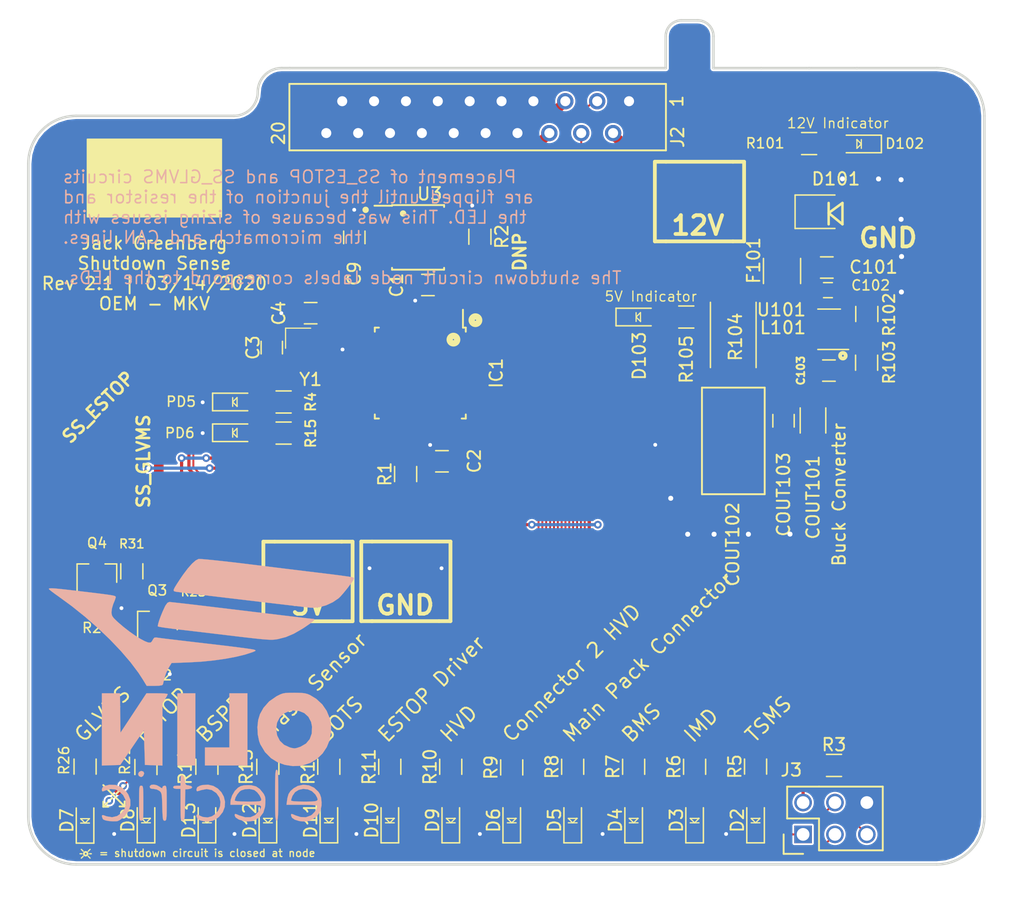
<source format=kicad_pcb>
(kicad_pcb (version 20171130) (host pcbnew 5.1.5-52549c5~84~ubuntu18.04.1)
  (layers (0 F.Cu signal) (31 B.Cu signal) (34 B.Paste user) (35 F.Paste user) (36 B.SilkS user hide) (37 F.SilkS user) (38 B.Mask user) (39 F.Mask user) (44 Edge.Cuts user))
  (net 0 "")
  (net 1 GND)
  (net 2 VCC)
  (net 3 /MISO)
  (net 4 /RXCAN)
  (net 5 /SCK)
  (net 6 +12V)
  (net 7 "Net-(C2-Pad1)")
  (net 8 "Net-(C3-Pad1)")
  (net 9 "Net-(C4-Pad1)")
  (net 10 "Net-(D4-Pad2)")
  (net 11 "Net-(D5-Pad2)")
  (net 12 "Net-(D12-Pad2)")
  (net 13 "Net-(D13-Pad2)")
  (net 14 /MOSI)
  (net 15 /TXCAN)
  (net 16 "Net-(IC1-Pad8)")
  (net 17 "Net-(IC1-Pad21)")
  (net 18 /RESET)
  (net 19 "Net-(U3-Pad5)")
  (net 20 "Net-(C101-Pad1)")
  (net 21 "Net-(C103-Pad2)")
  (net 22 "Net-(C103-Pad1)")
  (net 23 "Net-(COUT101-Pad1)")
  (net 24 "Net-(D102-Pad2)")
  (net 25 "Net-(D103-Pad2)")
  (net 26 "Net-(R102-Pad1)")
  (net 27 "Net-(D2-Pad2)")
  (net 28 "Net-(D3-Pad2)")
  (net 29 "Net-(D6-Pad2)")
  (net 30 "Net-(D7-Pad2)")
  (net 31 "Net-(D8-Pad2)")
  (net 32 "Net-(D9-Pad2)")
  (net 33 "Net-(D10-Pad2)")
  (net 34 "Net-(D11-Pad2)")
  (net 35 /SS_IMD)
  (net 36 /SS_BMS)
  (net 37 /SS_Main_Pack_Connector)
  (net 38 /SS_Connector_2_HVD)
  (net 39 /SS_HVD)
  (net 40 /SS_ESTOP_Driver)
  (net 41 /SS_BOTS)
  (net 42 /SS_Crash_Sensor)
  (net 43 /SS_BSPD)
  (net 44 "Net-(IC1-Pad18)")
  (net 45 "Net-(IC1-Pad17)")
  (net 46 "Net-(IC1-Pad9)")
  (net 47 /SS_TSMS)
  (net 48 /SS_ESTOP)
  (net 49 /CAN_high)
  (net 50 /CAN_low)
  (net 51 /SS_GLVMS)
  (net 52 "Net-(IC1-Pad22)")
  (net 53 /~SS_GLVMS_Pin)
  (net 54 /~SS_ESTOP_Pin)
  (net 55 "Net-(D1-Pad2)")
  (net 56 "Net-(D14-Pad2)")
  (net 57 /DEBUG_LED_1)
  (net 58 /DEBUG_LED_2)
  (module footprints:R_0805_OEM (layer F.Cu) (at 218.6732 67.155 180)
    (fp_text reference R15 (at -2.159 -0.0254 270) (layer F.SilkS) (effects (font (size 0.8 0.8))))
    (fp_text value R_200 hide)
    (pad 2 smd rect (at 0.95 0 180) (size 0.7 1.3) (layers F.Cu F.Paste F.Mask) (net 56 "Net-(D14-Pad2)"))
    (pad 1 smd rect (at -0.95 0 180) (size 0.7 1.3) (layers F.Cu F.Paste F.Mask) (net 58 /DEBUG_LED_2))
  )
  (module footprints:R_0805_OEM (layer F.Cu) (at 218.6732 64.6744 180)
    (fp_text reference R4 (at -2.159 0 270) (layer F.SilkS) (effects (font (size 0.8 0.8))))
    (fp_text value R_200 hide)
    (pad 2 smd rect (at 0.95 0 180) (size 0.7 1.3) (layers F.Cu F.Paste F.Mask) (net 55 "Net-(D1-Pad2)"))
    (pad 1 smd rect (at -0.95 0 180) (size 0.7 1.3) (layers F.Cu F.Paste F.Mask) (net 57 /DEBUG_LED_1))
  )
  (module footprints:LED_0805_OEM (layer F.Cu) (at 214.8124 67.1296)
    (fp_text reference PD6 (at -4.4124 0.0204) (layer F.SilkS) (effects (font (size 0.8 0.8) (thickness 0.125))))
    (fp_text value LED_0805 hide)
    (pad 1 smd rect (at -1.1 0 180) (size 1.2 1.2) (layers F.Cu F.Paste F.Mask) (net 1 GND))
    (pad 2 smd rect (at 1.1 0 180) (size 1.2 1.2) (layers F.Cu F.Paste F.Mask) (net 56 "Net-(D14-Pad2)"))
  )
  (module footprints:LED_0805_OEM (layer F.Cu) (at 214.8124 64.6744)
    (fp_text reference PD5 (at -4.3124 -0.0244) (layer F.SilkS) (effects (font (size 0.8 0.8) (thickness 0.125))))
    (fp_text value LED_0805 hide)
    (pad 1 smd rect (at -1.1 0 180) (size 1.2 1.2) (layers F.Cu F.Paste F.Mask) (net 1 GND))
    (pad 2 smd rect (at 1.1 0 180) (size 1.2 1.2) (layers F.Cu F.Paste F.Mask) (net 55 "Net-(D1-Pad2)"))
  )
  (module footprints:Olin_Electric_Smaller (layer B.Cu) (at 212.15 87.65 180)
    (fp_text reference G*** hide)
    (fp_text value LOGO hide)
  )
  (module footprints:Test_Point_SMD (layer F.Cu) (at 220.63998 77.97002)
    (fp_text reference TP3 hide)
    (fp_text value Test_Point_SMD hide)
    (pad 1 smd rect (at 0 0) (size 4.5 3) (layers F.Cu F.Paste F.Mask) (net 2 VCC))
  )
  (module footprints:Test_Point_SMD (layer F.Cu) (at 228.36378 77.93362)
    (fp_text reference TP2 hide)
    (fp_text value Test_Point_SMD hide)
    (pad 1 smd rect (at 0 0) (size 4.5 3) (layers F.Cu F.Paste F.Mask) (net 1 GND))
  )
  (module footprints:Test_Point_SMD (layer F.Cu) (at 251.9426 47.8028)
    (fp_text reference TP1 hide)
    (fp_text value Test_Point_SMD hide)
    (pad 1 smd rect (at 0 0) (size 4.5 3) (layers F.Cu F.Paste F.Mask) (net 6 +12V))
  )
  (module footprints:R_0805_OEM (layer F.Cu) (at 260.5532 44.069)
    (fp_text reference R101 (at -3.5052 -0.0254) (layer F.SilkS) (effects (font (size 0.8 0.8) (thickness 0.125))))
    (fp_text value R_1K hide)
    (pad 2 smd rect (at 0.95 0) (size 0.7 1.3) (layers F.Cu F.Paste F.Mask) (net 24 "Net-(D102-Pad2)"))
    (pad 1 smd rect (at -0.95 0) (size 0.7 1.3) (layers F.Cu F.Paste F.Mask) (net 20 "Net-(C101-Pad1)"))
  )
  (module footprints:LED_0805_OEM (layer F.Cu) (at 246.9641 57.8999)
    (fp_text reference D103 (at 0.05 3.1 270) (layer F.SilkS))
    (fp_text value LED_0805 hide)
    (pad 1 smd rect (at -1.1 0 180) (size 1.2 1.2) (layers F.Cu F.Paste F.Mask) (net 1 GND))
    (pad 2 smd rect (at 1.1 0 180) (size 1.2 1.2) (layers F.Cu F.Paste F.Mask) (net 25 "Net-(D103-Pad2)"))
  )
  (module footprints:R_0805_OEM (layer F.Cu) (at 265.15062 57.65812 90)
    (fp_text reference R102 (at -0.05068 1.77798 270) (layer F.SilkS) (effects (font (size 0.9 0.9))))
    (fp_text value R_25K hide)
    (pad 2 smd rect (at 0.95 0 90) (size 0.7 1.3) (layers F.Cu F.Paste F.Mask) (net 1 GND))
    (pad 1 smd rect (at -0.95 0 90) (size 0.7 1.3) (layers F.Cu F.Paste F.Mask) (net 26 "Net-(R102-Pad1)"))
  )
  (module footprints:R_2512_OEM (layer F.Cu) (at 254.50802 59.3281 90)
    (fp_text reference R104 (at -0.1587 0.17778 90) (layer F.SilkS))
    (fp_text value R_0_2512 hide)
    (pad 2 smd rect (at 3.1 0 90) (size 1 3.2) (layers F.Cu F.Paste F.Mask) (net 2 VCC))
    (pad 1 smd rect (at -3.1 0 90) (size 1 3.2) (layers F.Cu F.Paste F.Mask) (net 23 "Net-(COUT101-Pad1)"))
  )
  (module footprints:Fuse_1210 (layer F.Cu) (at 258.3942 54.229 90)
    (fp_text reference F101 (at 0.8382 -2.2606 270) (layer F.SilkS))
    (fp_text value F_500mA_16V hide)
    (pad 2 smd rect (at 1.45 0 90) (size 0.9 2.5) (layers F.Cu F.Paste F.Mask) (net 6 +12V))
    (pad 1 smd rect (at -1.45 0 90) (size 0.9 2.5) (layers F.Cu F.Paste F.Mask) (net 20 "Net-(C101-Pad1)"))
  )
  (module footprints:DO-214AA (layer F.Cu) (at 262.6106 49.5046)
    (fp_text reference D101 (at 0.0762 -2.6162) (layer F.SilkS))
    (fp_text value D_Zener_18V hide)
    (pad 1 smd rect (at -2.032 0 180) (size 1.778 2.159) (layers F.Cu F.Paste F.Mask) (net 20 "Net-(C101-Pad1)"))
    (pad 2 smd rect (at 2.032 0 180) (size 1.778 2.159) (layers F.Cu F.Paste F.Mask) (net 1 GND))
  )
  (module footprints:C_0805_OEM (layer F.Cu) (at 261.96292 53.95226)
    (fp_text reference C101 (at 3.72108 -0.02806) (layer F.SilkS))
    (fp_text value C_0.1uF hide)
    (pad 2 smd rect (at 1 0) (size 1 1.25) (layers F.Cu F.Paste F.Mask) (net 1 GND))
    (pad 1 smd rect (at -1 0) (size 1 1.25) (layers F.Cu F.Paste F.Mask) (net 20 "Net-(C101-Pad1)"))
  )
  (module footprints:Fuse_1812 (layer F.Cu) (at 254.5131 65.0292 270)
    (fp_text reference COUT102 (at 10.9957 0.049 90) (layer F.SilkS))
    (fp_text value C_33uF hide)
    (pad 1 smd rect (at 0 0 270) (size 1.78 3.5) (layers F.Cu F.Paste F.Mask) (net 23 "Net-(COUT101-Pad1)"))
    (pad 2 smd rect (at 5.28 0 270) (size 1.78 3.5) (layers F.Cu F.Paste F.Mask) (net 1 GND))
  )
  (module footprints:R_0805_OEM (layer F.Cu) (at 250.7641 57.8999 180)
    (fp_text reference R105 (at 0 -3.375 90) (layer F.SilkS))
    (fp_text value R_200 hide)
    (pad 2 smd rect (at 0.95 0 180) (size 0.7 1.3) (layers F.Cu F.Paste F.Mask) (net 25 "Net-(D103-Pad2)"))
    (pad 1 smd rect (at -0.95 0 180) (size 0.7 1.3) (layers F.Cu F.Paste F.Mask) (net 2 VCC))
  )
  (module footprints:R_0805_OEM (layer F.Cu) (at 265.13538 61.54432 90)
    (fp_text reference R103 (at 0.02552 1.79322 270) (layer F.SilkS) (effects (font (size 0.9 0.9))))
    (fp_text value R_100K hide)
    (pad 2 smd rect (at 0.95 0 90) (size 0.7 1.3) (layers F.Cu F.Paste F.Mask) (net 26 "Net-(R102-Pad1)"))
    (pad 1 smd rect (at -0.95 0 90) (size 0.7 1.3) (layers F.Cu F.Paste F.Mask) (net 23 "Net-(COUT101-Pad1)"))
  )
  (module footprints:C_1206_OEM (layer F.Cu) (at 260.8631 66.1482 270)
    (fp_text reference COUT101 (at 6.1267 -0.001 90) (layer F.SilkS))
    (fp_text value C_22uF hide)
    (pad 2 smd rect (at 1.5 0 270) (size 1 1.6) (layers F.Cu F.Paste F.Mask) (net 1 GND))
    (pad 1 smd rect (at -1.5 0 270) (size 1 1.6) (layers F.Cu F.Paste F.Mask) (net 23 "Net-(COUT101-Pad1)"))
  )
  (module footprints:LED_0805_OEM (layer F.Cu) (at 264.5141 44.0999 180)
    (fp_text reference D102 (at -3.6591 0.0309) (layer F.SilkS) (effects (font (size 0.8 0.8) (thickness 0.125))))
    (fp_text value LED_0805 hide)
    (pad 1 smd rect (at -1.1 0) (size 1.2 1.2) (layers F.Cu F.Paste F.Mask) (net 1 GND))
    (pad 2 smd rect (at 1.1 0) (size 1.2 1.2) (layers F.Cu F.Paste F.Mask) (net 24 "Net-(D102-Pad2)"))
  )
  (module footprints:L_100uH (layer F.Cu) (at 258.44756 61.6766 270)
    (fp_text reference L101 (at -2.9267 -0.01654 180) (layer F.SilkS))
    (fp_text value L_100uH hide)
    (pad 1 smd rect (at -1.6 0 270) (size 1.2 2) (layers F.Cu F.Paste F.Mask) (net 22 "Net-(C103-Pad1)"))
    (pad 2 smd rect (at 1.6 0 270) (size 1.2 2) (layers F.Cu F.Paste F.Mask) (net 23 "Net-(COUT101-Pad1)"))
  )
  (module Capacitors_SMD:C_0603 (layer F.Cu) (at 262.0536 55.7582)
    (fp_text reference C102 (at 3.4018 -0.3862) (layer F.SilkS) (effects (font (size 0.8 0.8) (thickness 0.125))))
    (fp_text value C_2.2uF)
    (pad 1 smd rect (at -0.75 0) (size 0.8 0.75) (layers F.Cu F.Paste F.Mask) (net 20 "Net-(C101-Pad1)"))
    (pad 2 smd rect (at 0.75 0) (size 0.8 0.75) (layers F.Cu F.Paste F.Mask) (net 1 GND))
  )
  (module footprints:C_0805_OEM (layer F.Cu) (at 262.1331 62.1717)
    (fp_text reference C103 (at -2.244 0.0032 90) (layer F.SilkS) (effects (font (size 0.6 0.6))))
    (fp_text value C_0.1uF hide)
    (pad 2 smd rect (at 1 0) (size 1 1.25) (layers F.Cu F.Paste F.Mask) (net 21 "Net-(C103-Pad2)"))
    (pad 1 smd rect (at -1 0) (size 1 1.25) (layers F.Cu F.Paste F.Mask) (net 22 "Net-(C103-Pad1)"))
  )
  (module footprints:C_0805_OEM (layer F.Cu) (at 258.5136 66.1722 270)
    (fp_text reference COUT103 (at 5.8777 -0.0005 90) (layer F.SilkS))
    (fp_text value C_47uF hide)
    (pad 2 smd rect (at 1 0 270) (size 1 1.25) (layers F.Cu F.Paste F.Mask) (net 1 GND))
    (pad 1 smd rect (at -1 0 270) (size 1 1.25) (layers F.Cu F.Paste F.Mask) (net 23 "Net-(COUT101-Pad1)"))
  )
  (module footprints:SOT-23-6_OEM (layer F.Cu) (at 262.1483 58.8775 180)
    (fp_text reference U101 (at 3.8092 1.5526 180) (layer F.SilkS))
    (fp_text value TPS560430YF hide)
    (pad 5 smd rect (at 1.1 0 180) (size 1.06 0.65) (layers F.Cu F.Paste F.Mask) (net 20 "Net-(C101-Pad1)"))
    (pad 6 smd rect (at 1.1 -0.95 180) (size 1.06 0.65) (layers F.Cu F.Paste F.Mask) (net 22 "Net-(C103-Pad1)"))
    (pad 4 smd rect (at 1.1 0.95 180) (size 1.06 0.65) (layers F.Cu F.Paste F.Mask) (net 20 "Net-(C101-Pad1)"))
    (pad 3 smd rect (at -1.1 0.95 180) (size 1.06 0.65) (layers F.Cu F.Paste F.Mask) (net 26 "Net-(R102-Pad1)"))
    (pad 2 smd rect (at -1.1 0 180) (size 1.06 0.65) (layers F.Cu F.Paste F.Mask) (net 1 GND))
    (pad 1 smd rect (at -1.1 -0.95 180) (size 1.06 0.65) (layers F.Cu F.Paste F.Mask) (net 21 "Net-(C103-Pad2)"))
  )
  (module footprints:C_0805_OEM (layer F.Cu) (at 217.7288 60.3377 90)
    (fp_text reference C3 (at 0 -1.5 90) (layer F.SilkS))
    (fp_text value C_30pF hide)
    (pad 1 smd rect (at -1 0 90) (size 1 1.25) (layers F.Cu F.Paste F.Mask) (net 8 "Net-(C3-Pad1)"))
    (pad 2 smd rect (at 1 0 90) (size 1 1.25) (layers F.Cu F.Paste F.Mask) (net 1 GND))
  )
  (module footprints:LED_0805_OEM (layer F.Cu) (at 227.137881 98.0313 90)
    (fp_text reference D10 (at 0 -1.45 90) (layer F.SilkS))
    (fp_text value LED_0805 hide)
    (pad 2 smd rect (at 1.1 0 270) (size 1.2 1.2) (layers F.Cu F.Paste F.Mask) (net 33 "Net-(D10-Pad2)"))
    (pad 1 smd rect (at -1.1 0 270) (size 1.2 1.2) (layers F.Cu F.Paste F.Mask) (net 1 GND))
  )
  (module footprints:LED_0805_OEM (layer F.Cu) (at 212.563824 98.0313 90)
    (fp_text reference D13 (at 0 -1.45 90) (layer F.SilkS))
    (fp_text value LED_0805 hide)
    (pad 2 smd rect (at 1.1 0 270) (size 1.2 1.2) (layers F.Cu F.Paste F.Mask) (net 13 "Net-(D13-Pad2)"))
    (pad 1 smd rect (at -1.1 0 270) (size 1.2 1.2) (layers F.Cu F.Paste F.Mask) (net 1 GND))
  )
  (module footprints:C_0805_OEM (layer F.Cu) (at 220.8276 57.5945 180)
    (fp_text reference C4 (at 2.54 0 270) (layer F.SilkS))
    (fp_text value C_30pF hide)
    (pad 1 smd rect (at -1 0 180) (size 1 1.25) (layers F.Cu F.Paste F.Mask) (net 9 "Net-(C4-Pad1)"))
    (pad 2 smd rect (at 1 0 180) (size 1 1.25) (layers F.Cu F.Paste F.Mask) (net 1 GND))
  )
  (module footprints:LED_0805_OEM (layer F.Cu) (at 222.279862 98.0313 90)
    (fp_text reference D11 (at 0 -1.45 90) (layer F.SilkS))
    (fp_text value LED_0805 hide)
    (pad 2 smd rect (at 1.1 0 270) (size 1.2 1.2) (layers F.Cu F.Paste F.Mask) (net 34 "Net-(D11-Pad2)"))
    (pad 1 smd rect (at -1.1 0 270) (size 1.2 1.2) (layers F.Cu F.Paste F.Mask) (net 1 GND))
  )
  (module footprints:C_0805_OEM (layer F.Cu) (at 224.3074 51.5493 90)
    (fp_text reference C9 (at -2.8956 0 90) (layer F.SilkS))
    (fp_text value C_0.1uF hide)
    (pad 1 smd rect (at -1 0 90) (size 1 1.25) (layers F.Cu F.Paste F.Mask) (net 2 VCC))
    (pad 2 smd rect (at 1 0 90) (size 1 1.25) (layers F.Cu F.Paste F.Mask) (net 1 GND))
  )
  (module footprints:SOT-23F (layer F.Cu) (at 203.79102 78.34974 90)
    (fp_text reference Q4 (at 2.42474 0.00898 180) (layer F.SilkS) (effects (font (size 0.8 0.8) (thickness 0.125))))
    (fp_text value SSM3K333R hide)
    (pad 1 smd rect (at -1.05 -0.95 90) (size 0.9 0.8) (layers F.Cu F.Paste F.Mask) (net 48 /SS_ESTOP))
    (pad 2 smd rect (at -1.05 0.95 90) (size 0.9 0.8) (layers F.Cu F.Paste F.Mask) (net 1 GND))
    (pad 3 smd rect (at 1.05 0 90) (size 0.9 0.8) (layers F.Cu F.Paste F.Mask) (net 54 /~SS_ESTOP_Pin))
  )
  (module footprints:LED_0805_OEM (layer F.Cu) (at 256.286 98.0313 90)
    (fp_text reference D2 (at 0 -1.45 90) (layer F.SilkS))
    (fp_text value LED_0805 hide)
    (pad 2 smd rect (at 1.1 0 270) (size 1.2 1.2) (layers F.Cu F.Paste F.Mask) (net 27 "Net-(D2-Pad2)"))
    (pad 1 smd rect (at -1.1 0 270) (size 1.2 1.2) (layers F.Cu F.Paste F.Mask) (net 1 GND))
  )
  (module footprints:LED_0805_OEM (layer F.Cu) (at 246.569957 98.0313 90)
    (fp_text reference D4 (at 0 -1.45 90) (layer F.SilkS))
    (fp_text value LED_0805 hide)
    (pad 2 smd rect (at 1.1 0 270) (size 1.2 1.2) (layers F.Cu F.Paste F.Mask) (net 10 "Net-(D4-Pad2)"))
    (pad 1 smd rect (at -1.1 0 270) (size 1.2 1.2) (layers F.Cu F.Paste F.Mask) (net 1 GND))
  )
  (module footprints:LED_0805_OEM (layer F.Cu) (at 202.847786 98.05162 90)
    (fp_text reference D7 (at 0 -1.45 90) (layer F.SilkS))
    (fp_text value LED_0805 hide)
    (pad 2 smd rect (at 1.1 0 270) (size 1.2 1.2) (layers F.Cu F.Paste F.Mask) (net 30 "Net-(D7-Pad2)"))
    (pad 1 smd rect (at -1.1 0 270) (size 1.2 1.2) (layers F.Cu F.Paste F.Mask) (net 1 GND))
  )
  (module footprints:R_0805_OEM (layer F.Cu) (at 231.992054 93.7641 90)
    (fp_text reference R10 (at 0 -1.65 90) (layer F.SilkS))
    (fp_text value R_200 hide)
    (pad 1 smd rect (at -0.95 0 90) (size 0.7 1.3) (layers F.Cu F.Paste F.Mask) (net 32 "Net-(D9-Pad2)"))
    (pad 2 smd rect (at 0.95 0 90) (size 0.7 1.3) (layers F.Cu F.Paste F.Mask) (net 39 /SS_HVD))
  )
  (module footprints:R_0805_OEM (layer F.Cu) (at 262.53694 93.65742)
    (fp_text reference R3 (at 0 -1.65) (layer F.SilkS))
    (fp_text value R_10k hide)
    (pad 1 smd rect (at -0.95 0) (size 0.7 1.3) (layers F.Cu F.Paste F.Mask) (net 2 VCC))
    (pad 2 smd rect (at 0.95 0) (size 0.7 1.3) (layers F.Cu F.Paste F.Mask) (net 18 /RESET))
  )
  (module footprints:LED_0805_OEM (layer F.Cu) (at 231.9959 98.0313 90)
    (fp_text reference D9 (at 0 -1.45 90) (layer F.SilkS))
    (fp_text value LED_0805 hide)
    (pad 2 smd rect (at 1.1 0 270) (size 1.2 1.2) (layers F.Cu F.Paste F.Mask) (net 32 "Net-(D9-Pad2)"))
    (pad 1 smd rect (at -1.1 0 270) (size 1.2 1.2) (layers F.Cu F.Paste F.Mask) (net 1 GND))
  )
  (module footprints:R_0805_OEM (layer F.Cu) (at 241.709632 93.7641 90)
    (fp_text reference R8 (at 0 -1.65 90) (layer F.SilkS))
    (fp_text value R_200 hide)
    (pad 1 smd rect (at -0.95 0 90) (size 0.7 1.3) (layers F.Cu F.Paste F.Mask) (net 11 "Net-(D5-Pad2)"))
    (pad 2 smd rect (at 0.95 0 90) (size 0.7 1.3) (layers F.Cu F.Paste F.Mask) (net 37 /SS_Main_Pack_Connector))
  )
  (module footprints:LED_0805_OEM (layer F.Cu) (at 241.711938 98.0313 90)
    (fp_text reference D5 (at 0 -1.45 90) (layer F.SilkS))
    (fp_text value LED_0805 hide)
    (pad 2 smd rect (at 1.1 0 270) (size 1.2 1.2) (layers F.Cu F.Paste F.Mask) (net 11 "Net-(D5-Pad2)"))
    (pad 1 smd rect (at -1.1 0 270) (size 1.2 1.2) (layers F.Cu F.Paste F.Mask) (net 1 GND))
  )
  (module footprints:R_0805_OEM (layer F.Cu) (at 236.850843 93.8149 90)
    (fp_text reference R9 (at 0 -1.65 90) (layer F.SilkS))
    (fp_text value R_200 hide)
    (pad 2 smd rect (at 0.95 0 90) (size 0.7 1.3) (layers F.Cu F.Paste F.Mask) (net 38 /SS_Connector_2_HVD))
    (pad 1 smd rect (at -0.95 0 90) (size 0.7 1.3) (layers F.Cu F.Paste F.Mask) (net 29 "Net-(D6-Pad2)"))
  )
  (module footprints:SOT-23F (layer F.Cu) (at 208.61642 82.12778 90)
    (fp_text reference Q3 (at 2.42778 -0.01642 180) (layer F.SilkS) (effects (font (size 0.8 0.8) (thickness 0.125))))
    (fp_text value SSM3K333R hide)
    (pad 1 smd rect (at -1.05 -0.95 90) (size 0.9 0.8) (layers F.Cu F.Paste F.Mask) (net 51 /SS_GLVMS))
    (pad 2 smd rect (at -1.05 0.95 90) (size 0.9 0.8) (layers F.Cu F.Paste F.Mask) (net 1 GND))
    (pad 3 smd rect (at 1.05 0 90) (size 0.9 0.8) (layers F.Cu F.Paste F.Mask) (net 53 /~SS_GLVMS_Pin))
  )
  (module footprints:Crystal_SMD_FA238 (layer F.Cu) (at 220.8276 60.3885)
    (fp_text reference Y1 (at 0 2.4892) (layer F.SilkS))
    (fp_text value Crystal_SMD hide)
    (pad 1 smd rect (at -1.1 0.8) (size 1.4 1.2) (layers F.Cu F.Mask) (net 8 "Net-(C3-Pad1)"))
    (pad 2 smd rect (at 1.1 0.8) (size 1.4 1.2) (layers F.Cu F.Mask) (net 1 GND))
    (pad 3 smd rect (at 1.1 -0.8) (size 1.4 1.2) (layers F.Cu F.Mask) (net 9 "Net-(C4-Pad1)"))
    (pad 4 smd rect (at -1.1 -0.8) (size 1.4 1.2) (layers F.Cu F.Mask) (net 1 GND))
  )
  (module footprints:R_0805_OEM (layer F.Cu) (at 256.286 93.7489 90)
    (fp_text reference R5 (at 0 -1.65 90) (layer F.SilkS))
    (fp_text value R_200 hide)
    (pad 2 smd rect (at 0.95 0 90) (size 0.7 1.3) (layers F.Cu F.Paste F.Mask) (net 47 /SS_TSMS))
    (pad 1 smd rect (at -0.95 0 90) (size 0.7 1.3) (layers F.Cu F.Paste F.Mask) (net 27 "Net-(D2-Pad2)"))
  )
  (module footprints:SOIC-8_3.9x4.9mm_Pitch1.27mm_OEM (layer F.Cu) (at 229.3874 51.5493)
    (fp_text reference U3 (at 0.9271 -3.4671) (layer F.SilkS))
    (fp_text value CAN_Transceiver hide)
    (pad 1 smd rect (at -2.7 -1.905) (size 1.55 0.6) (layers F.Cu F.Paste F.Mask) (net 15 /TXCAN))
    (pad 2 smd rect (at -2.7 -0.635) (size 1.55 0.6) (layers F.Cu F.Paste F.Mask) (net 1 GND))
    (pad 3 smd rect (at -2.7 0.635) (size 1.55 0.6) (layers F.Cu F.Paste F.Mask) (net 2 VCC))
    (pad 4 smd rect (at -2.7 1.905) (size 1.55 0.6) (layers F.Cu F.Paste F.Mask) (net 4 /RXCAN))
    (pad 5 smd rect (at 2.7 1.905) (size 1.55 0.6) (layers F.Cu F.Paste F.Mask) (net 19 "Net-(U3-Pad5)"))
    (pad 6 smd rect (at 2.7 0.635) (size 1.55 0.6) (layers F.Cu F.Paste F.Mask) (net 50 /CAN_low))
    (pad 7 smd rect (at 2.7 -0.635) (size 1.55 0.6) (layers F.Cu F.Paste F.Mask) (net 49 /CAN_high))
    (pad 8 smd rect (at 2.7 -1.905) (size 1.55 0.6) (layers F.Cu F.Paste F.Mask) (net 1 GND))
  )
  (module footprints:R_0805_OEM (layer F.Cu) (at 202.85 93.75 270)
    (fp_text reference R26 (at -0.5 1.6764 90) (layer F.SilkS) (effects (font (size 0.8 0.8) (thickness 0.125))))
    (fp_text value R_1K hide)
    (pad 1 smd rect (at -0.95 0 270) (size 0.7 1.3) (layers F.Cu F.Paste F.Mask) (net 48 /SS_ESTOP))
    (pad 2 smd rect (at 0.95 0 270) (size 0.7 1.3) (layers F.Cu F.Paste F.Mask) (net 31 "Net-(D8-Pad2)"))
  )
  (module footprints:LED_0805_OEM (layer F.Cu) (at 207.705805 98.0313 90)
    (fp_text reference D8 (at 0 -1.45 90) (layer F.SilkS))
    (fp_text value LED_0805 hide)
    (pad 2 smd rect (at 1.1 0 270) (size 1.2 1.2) (layers F.Cu F.Paste F.Mask) (net 31 "Net-(D8-Pad2)"))
    (pad 1 smd rect (at -1.1 0 270) (size 1.2 1.2) (layers F.Cu F.Paste F.Mask) (net 1 GND))
  )
  (module footprints:C_0805_OEM (layer F.Cu) (at 231.2924 69.4055)
    (fp_text reference C2 (at 2.5781 -0.0254 90) (layer F.SilkS))
    (fp_text value C_100pF hide)
    (pad 1 smd rect (at -1 0) (size 1 1.25) (layers F.Cu F.Paste F.Mask) (net 7 "Net-(C2-Pad1)"))
    (pad 2 smd rect (at 1 0) (size 1 1.25) (layers F.Cu F.Paste F.Mask) (net 1 GND))
  )
  (module footprints:R_0805_OEM (layer F.Cu) (at 251.42721 93.7641 90)
    (fp_text reference R6 (at 0 -1.65 90) (layer F.SilkS))
    (fp_text value R_200 hide)
    (pad 1 smd rect (at -0.95 0 90) (size 0.7 1.3) (layers F.Cu F.Paste F.Mask) (net 28 "Net-(D3-Pad2)"))
    (pad 2 smd rect (at 0.95 0 90) (size 0.7 1.3) (layers F.Cu F.Paste F.Mask) (net 35 /SS_IMD))
  )
  (module footprints:R_0805_OEM (layer F.Cu) (at 222.274476 93.7641 90)
    (fp_text reference R12 (at 0 -1.65 90) (layer F.SilkS))
    (fp_text value R_200 hide)
    (pad 1 smd rect (at -0.95 0 90) (size 0.7 1.3) (layers F.Cu F.Paste F.Mask) (net 34 "Net-(D11-Pad2)"))
    (pad 2 smd rect (at 0.95 0 90) (size 0.7 1.3) (layers F.Cu F.Paste F.Mask) (net 41 /SS_BOTS))
  )
  (module footprints:R_0805_OEM (layer F.Cu) (at 227.133265 93.7641 90)
    (fp_text reference R11 (at 0 -1.65 90) (layer F.SilkS))
    (fp_text value R_200 hide)
    (pad 2 smd rect (at 0.95 0 90) (size 0.7 1.3) (layers F.Cu F.Paste F.Mask) (net 40 /SS_ESTOP_Driver))
    (pad 1 smd rect (at -0.95 0 90) (size 0.7 1.3) (layers F.Cu F.Paste F.Mask) (net 33 "Net-(D10-Pad2)"))
  )
  (module footprints:R_0805_OEM (layer F.Cu) (at 206.575 78.175 90)
    (fp_text reference R31 (at 2.1844 0 180) (layer F.SilkS) (effects (font (size 0.7 0.7) (thickness 0.125))))
    (fp_text value R_10K hide)
    (pad 1 smd rect (at -0.95 0 90) (size 0.7 1.3) (layers F.Cu F.Paste F.Mask) (net 2 VCC))
    (pad 2 smd rect (at 0.95 0 90) (size 0.7 1.3) (layers F.Cu F.Paste F.Mask) (net 54 /~SS_ESTOP_Pin))
  )
  (module footprints:R_0805_OEM (layer F.Cu) (at 211.48662 82.00078 90)
    (fp_text reference R23 (at 2.1844 0) (layer F.SilkS) (effects (font (size 0.7 0.7) (thickness 0.125))))
    (fp_text value R_10K hide)
    (pad 1 smd rect (at -0.95 0 90) (size 0.7 1.3) (layers F.Cu F.Paste F.Mask) (net 2 VCC))
    (pad 2 smd rect (at 0.95 0 90) (size 0.7 1.3) (layers F.Cu F.Paste F.Mask) (net 53 /~SS_GLVMS_Pin))
  )
  (module footprints:R_0805_OEM (layer F.Cu) (at 208.6215 84.88876)
    (fp_text reference R22 (at 0 1.5748) (layer F.SilkS) (effects (font (size 0.8 0.8) (thickness 0.125))))
    (fp_text value R_100K hide)
    (pad 1 smd rect (at -0.95 0) (size 0.7 1.3) (layers F.Cu F.Paste F.Mask) (net 51 /SS_GLVMS))
    (pad 2 smd rect (at 0.95 0) (size 0.7 1.3) (layers F.Cu F.Paste F.Mask) (net 1 GND))
  )
  (module footprints:R_0805_OEM (layer F.Cu) (at 234.315 51.4985 270)
    (fp_text reference R2 (at -0.0127 -1.7526 90) (layer F.SilkS))
    (fp_text value R_120_DNP hide)
    (pad 1 smd rect (at -0.95 0 270) (size 0.7 1.3) (layers F.Cu F.Paste F.Mask) (net 49 /CAN_high))
    (pad 2 smd rect (at 0.95 0 270) (size 0.7 1.3) (layers F.Cu F.Paste F.Mask) (net 50 /CAN_low))
  )
  (module footprints:LED_0805_OEM (layer F.Cu) (at 236.853919 98.0313 90)
    (fp_text reference D6 (at 0 -1.45 90) (layer F.SilkS))
    (fp_text value LED_0805 hide)
    (pad 2 smd rect (at 1.1 0 270) (size 1.2 1.2) (layers F.Cu F.Paste F.Mask) (net 29 "Net-(D6-Pad2)"))
    (pad 1 smd rect (at -1.1 0 270) (size 1.2 1.2) (layers F.Cu F.Paste F.Mask) (net 1 GND))
  )
  (module footprints:C_0805_OEM (layer F.Cu) (at 230.1748 55.3466 180)
    (fp_text reference C1 (at 2.5019 -0.0127 90) (layer F.SilkS))
    (fp_text value C_0.1uF hide)
    (pad 2 smd rect (at 1 0 180) (size 1 1.25) (layers F.Cu F.Paste F.Mask) (net 1 GND))
    (pad 1 smd rect (at -1 0 180) (size 1 1.25) (layers F.Cu F.Paste F.Mask) (net 2 VCC))
  )
  (module footprints:R_0805_OEM (layer F.Cu) (at 207.7 93.78442 270)
    (fp_text reference R21 (at -0.53442 1.6764 90) (layer F.SilkS) (effects (font (size 0.8 0.8) (thickness 0.125))))
    (fp_text value R_1K hide)
    (pad 2 smd rect (at 0.95 0 270) (size 0.7 1.3) (layers F.Cu F.Paste F.Mask) (net 30 "Net-(D7-Pad2)"))
    (pad 1 smd rect (at -0.95 0 270) (size 0.7 1.3) (layers F.Cu F.Paste F.Mask) (net 51 /SS_GLVMS))
  )
  (module footprints:R_0805_OEM (layer F.Cu) (at 212.556898 93.7641 90)
    (fp_text reference R14 (at 0 -1.7272 90) (layer F.SilkS))
    (fp_text value R_200 hide)
    (pad 1 smd rect (at -0.95 0 90) (size 0.7 1.3) (layers F.Cu F.Paste F.Mask) (net 13 "Net-(D13-Pad2)"))
    (pad 2 smd rect (at 0.95 0 90) (size 0.7 1.3) (layers F.Cu F.Paste F.Mask) (net 43 /SS_BSPD))
  )
  (module footprints:R_0805_OEM (layer F.Cu) (at 217.415687 93.7641 90)
    (fp_text reference R13 (at 0 -1.7272 90) (layer F.SilkS))
    (fp_text value R_200 hide)
    (pad 2 smd rect (at 0.95 0 90) (size 0.7 1.3) (layers F.Cu F.Paste F.Mask) (net 42 /SS_Crash_Sensor))
    (pad 1 smd rect (at -0.95 0 90) (size 0.7 1.3) (layers F.Cu F.Paste F.Mask) (net 12 "Net-(D12-Pad2)"))
  )
  (module footprints:R_0805_OEM (layer F.Cu) (at 228.3968 70.4215 90)
    (fp_text reference R1 (at 0 -1.65 90) (layer F.SilkS))
    (fp_text value R_100 hide)
    (pad 1 smd rect (at -0.95 0 90) (size 0.7 1.3) (layers F.Cu F.Paste F.Mask) (net 2 VCC))
    (pad 2 smd rect (at 0.95 0 90) (size 0.7 1.3) (layers F.Cu F.Paste F.Mask) (net 7 "Net-(C2-Pad1)"))
  )
  (module footprints:R_0805_OEM (layer F.Cu) (at 246.568421 93.7641 90)
    (fp_text reference R7 (at 0 -1.65 90) (layer F.SilkS))
    (fp_text value R_200 hide)
    (pad 2 smd rect (at 0.95 0 90) (size 0.7 1.3) (layers F.Cu F.Paste F.Mask) (net 36 /SS_BMS))
    (pad 1 smd rect (at -0.95 0 90) (size 0.7 1.3) (layers F.Cu F.Paste F.Mask) (net 10 "Net-(D4-Pad2)"))
  )
  (module footprints:LED_0805_OEM (layer F.Cu) (at 217.421843 98.0313 90)
    (fp_text reference D12 (at 0 -1.45 90) (layer F.SilkS))
    (fp_text value LED_0805 hide)
    (pad 2 smd rect (at 1.1 0 270) (size 1.2 1.2) (layers F.Cu F.Paste F.Mask) (net 12 "Net-(D12-Pad2)"))
    (pad 1 smd rect (at -1.1 0 270) (size 1.2 1.2) (layers F.Cu F.Paste F.Mask) (net 1 GND))
  )
  (module footprints:TQFP-32_7x7mm_Pitch0.8mm (layer F.Cu) (at 229.5652 62.3697 270)
    (fp_text reference IC1 (at 0 -6.05 90) (layer F.SilkS))
    (fp_text value ATMEGA16M1 hide)
    (pad 1 smd rect (at -4.25 -2.8 270) (size 1.6 0.55) (layers F.Cu F.Paste F.Mask) (net 3 /MISO))
    (pad 2 smd rect (at -4.25 -2 270) (size 1.6 0.55) (layers F.Cu F.Paste F.Mask) (net 14 /MOSI))
    (pad 3 smd rect (at -4.25 -1.2 270) (size 1.6 0.55) (layers F.Cu F.Paste F.Mask) (net 47 /SS_TSMS))
    (pad 4 smd rect (at -4.25 -0.4 270) (size 1.6 0.55) (layers F.Cu F.Paste F.Mask) (net 2 VCC))
    (pad 5 smd rect (at -4.25 0.4 270) (size 1.6 0.55) (layers F.Cu F.Paste F.Mask) (net 1 GND))
    (pad 6 smd rect (at -4.25 1.2 270) (size 1.6 0.55) (layers F.Cu F.Paste F.Mask) (net 15 /TXCAN))
    (pad 7 smd rect (at -4.25 2 270) (size 1.6 0.55) (layers F.Cu F.Paste F.Mask) (net 4 /RXCAN))
    (pad 8 smd rect (at -4.25 2.8 270) (size 1.6 0.55) (layers F.Cu F.Paste F.Mask) (net 16 "Net-(IC1-Pad8)"))
    (pad 9 smd rect (at -2.8 4.25) (size 1.6 0.55) (layers F.Cu F.Paste F.Mask) (net 46 "Net-(IC1-Pad9)"))
    (pad 10 smd rect (at -2 4.25) (size 1.6 0.55) (layers F.Cu F.Paste F.Mask) (net 9 "Net-(C4-Pad1)"))
    (pad 11 smd rect (at -1.2 4.25) (size 1.6 0.55) (layers F.Cu F.Paste F.Mask) (net 8 "Net-(C3-Pad1)"))
    (pad 12 smd rect (at -0.4 4.25) (size 1.6 0.55) (layers F.Cu F.Paste F.Mask) (net 5 /SCK))
    (pad 13 smd rect (at 0.4 4.25) (size 1.6 0.55) (layers F.Cu F.Paste F.Mask) (net 57 /DEBUG_LED_1))
    (pad 14 smd rect (at 1.2 4.25) (size 1.6 0.55) (layers F.Cu F.Paste F.Mask) (net 58 /DEBUG_LED_2))
    (pad 15 smd rect (at 2 4.25) (size 1.6 0.55) (layers F.Cu F.Paste F.Mask) (net 53 /~SS_GLVMS_Pin))
    (pad 16 smd rect (at 2.8 4.25) (size 1.6 0.55) (layers F.Cu F.Paste F.Mask) (net 54 /~SS_ESTOP_Pin))
    (pad 17 smd rect (at 4.25 2.8 270) (size 1.6 0.55) (layers F.Cu F.Paste F.Mask) (net 45 "Net-(IC1-Pad17)"))
    (pad 18 smd rect (at 4.25 2 270) (size 1.6 0.55) (layers F.Cu F.Paste F.Mask) (net 44 "Net-(IC1-Pad18)"))
    (pad 19 smd rect (at 4.25 1.2 270) (size 1.6 0.55) (layers F.Cu F.Paste F.Mask) (net 7 "Net-(C2-Pad1)"))
    (pad 20 smd rect (at 4.25 0.4 270) (size 1.6 0.55) (layers F.Cu F.Paste F.Mask) (net 1 GND))
    (pad 21 smd rect (at 4.25 -0.4 270) (size 1.6 0.55) (layers F.Cu F.Paste F.Mask) (net 17 "Net-(IC1-Pad21)"))
    (pad 22 smd rect (at 4.25 -1.2 270) (size 1.6 0.55) (layers F.Cu F.Paste F.Mask) (net 52 "Net-(IC1-Pad22)"))
    (pad 23 smd rect (at 4.25 -2 270) (size 1.6 0.55) (layers F.Cu F.Paste F.Mask) (net 43 /SS_BSPD))
    (pad 24 smd rect (at 4.25 -2.8 270) (size 1.6 0.55) (layers F.Cu F.Paste F.Mask) (net 42 /SS_Crash_Sensor))
    (pad 25 smd rect (at 2.8 -4.25) (size 1.6 0.55) (layers F.Cu F.Paste F.Mask) (net 41 /SS_BOTS))
    (pad 26 smd rect (at 2 -4.25) (size 1.6 0.55) (layers F.Cu F.Paste F.Mask) (net 40 /SS_ESTOP_Driver))
    (pad 27 smd rect (at 1.2 -4.25) (size 1.6 0.55) (layers F.Cu F.Paste F.Mask) (net 39 /SS_HVD))
    (pad 28 smd rect (at 0.4 -4.25) (size 1.6 0.55) (layers F.Cu F.Paste F.Mask) (net 38 /SS_Connector_2_HVD))
    (pad 29 smd rect (at -0.4 -4.25) (size 1.6 0.55) (layers F.Cu F.Paste F.Mask) (net 37 /SS_Main_Pack_Connector))
    (pad 30 smd rect (at -1.2 -4.25) (size 1.6 0.55) (layers F.Cu F.Paste F.Mask) (net 36 /SS_BMS))
    (pad 31 smd rect (at -2 -4.25) (size 1.6 0.55) (layers F.Cu F.Paste F.Mask) (net 18 /RESET))
    (pad 32 smd rect (at -2.8 -4.25) (size 1.6 0.55) (layers F.Cu F.Paste F.Mask) (net 35 /SS_IMD))
  )
  (module footprints:R_0805_OEM (layer F.Cu) (at 203.77832 81.11326)
    (fp_text reference R29 (at 0 1.5748) (layer F.SilkS) (effects (font (size 0.8 0.8) (thickness 0.125))))
    (fp_text value R_100K hide)
    (pad 1 smd rect (at -0.95 0) (size 0.7 1.3) (layers F.Cu F.Paste F.Mask) (net 48 /SS_ESTOP))
    (pad 2 smd rect (at 0.95 0) (size 0.7 1.3) (layers F.Cu F.Paste F.Mask) (net 1 GND))
  )
  (module footprints:LED_0805_OEM (layer F.Cu) (at 251.427976 98.0313 90)
    (fp_text reference D3 (at 0 -1.45 90) (layer F.SilkS))
    (fp_text value LED_0805 hide)
    (pad 2 smd rect (at 1.1 0 270) (size 1.2 1.2) (layers F.Cu F.Paste F.Mask) (net 28 "Net-(D3-Pad2)"))
    (pad 1 smd rect (at -1.1 0 270) (size 1.2 1.2) (layers F.Cu F.Paste F.Mask) (net 1 GND))
  )
  (module footprints:Pin_Header_Straight_2x03 (layer F.Cu) (at 260.07314 99.15652 90)
    (fp_text reference J3 (at 5.1308 -0.93726 180) (layer F.SilkS))
    (fp_text value CONN_02X03 hide)
    (pad 1 thru_hole rect (at 0 0 90) (size 1.4 1.4) (drill 1.016) (layers *.Cu *.Mask) (net 3 /MISO))
    (pad 2 thru_hole circle (at 2.54 0 90) (size 1.4 1.4) (drill 1.016) (layers *.Cu *.Mask) (net 2 VCC))
    (pad 3 thru_hole circle (at 0 2.54 90) (size 1.4 1.4) (drill 1.016) (layers *.Cu *.Mask) (net 5 /SCK))
    (pad 4 thru_hole circle (at 2.54 2.54 90) (size 1.4 1.4) (drill 1.016) (layers *.Cu *.Mask) (net 14 /MOSI))
    (pad 5 thru_hole circle (at 0 5.08 90) (size 1.4 1.4) (drill 1.016) (layers *.Cu *.Mask) (net 18 /RESET))
    (pad 6 thru_hole circle (at 2.54 5.08 90) (size 1.4 1.4) (drill 1.016) (layers *.Cu *.Mask) (net 1 GND))
  )
  (module footprints:micromatch_female_ra_20 (layer F.Cu) (at 241.1222 40.6908 270)
    (fp_text reference J2 (at 2.8575 -8.9535 90) (layer F.SilkS))
    (fp_text value MM_F_RA_20 hide)
    (fp_text user 1 (at 0 -8.89 90) (layer F.SilkS))
    (fp_text user 20 (at 2.54 22.86 90) (layer F.SilkS))
    (pad 20 thru_hole circle (at 2.54 19.05 270) (size 1.3 1.3) (drill 0.8) (layers *.Cu *.Mask) (net 1 GND))
    (pad 19 thru_hole circle (at 0 17.78 270) (size 1.3 1.3) (drill 0.8) (layers *.Cu *.Mask) (net 1 GND))
    (pad 18 thru_hole circle (at 2.54 16.51 270) (size 1.3 1.3) (drill 0.8) (layers *.Cu *.Mask) (net 1 GND))
    (pad 17 thru_hole circle (at 0 15.24 270) (size 1.3 1.3) (drill 0.8) (layers *.Cu *.Mask) (net 1 GND))
    (pad 16 thru_hole circle (at 2.54 13.97 270) (size 1.3 1.3) (drill 0.8) (layers *.Cu *.Mask) (net 1 GND))
    (pad 15 thru_hole circle (at 0 12.7 270) (size 1.3 1.3) (drill 0.8) (layers *.Cu *.Mask) (net 1 GND))
    (pad 14 thru_hole circle (at 2.54 11.43 270) (size 1.3 1.3) (drill 0.8) (layers *.Cu *.Mask) (net 1 GND))
    (pad 13 thru_hole circle (at 0 10.16 270) (size 1.3 1.3) (drill 0.8) (layers *.Cu *.Mask) (net 1 GND))
    (pad 12 thru_hole circle (at 2.54 8.89 270) (size 1.3 1.3) (drill 0.8) (layers *.Cu *.Mask) (net 1 GND))
    (pad 11 thru_hole circle (at 0 7.62 270) (size 1.3 1.3) (drill 0.8) (layers *.Cu *.Mask) (net 1 GND))
    (pad 10 thru_hole circle (at 2.54 6.35 270) (size 1.3 1.3) (drill 0.8) (layers *.Cu *.Mask) (net 1 GND))
    (pad 9 thru_hole circle (at 0 5.08 270) (size 1.3 1.3) (drill 0.8) (layers *.Cu *.Mask) (net 1 GND))
    (pad 8 thru_hole circle (at 2.54 3.81 270) (size 1.3 1.3) (drill 0.8) (layers *.Cu *.Mask) (net 1 GND))
    (pad 6 thru_hole circle (at 2.54 1.27 270) (size 1.3 1.3) (drill 0.8) (layers *.Cu *.Mask) (net 51 /SS_GLVMS))
    (pad 4 thru_hole circle (at 2.54 -1.27 270) (size 1.3 1.3) (drill 0.8) (layers *.Cu *.Mask) (net 50 /CAN_low))
    (pad 2 thru_hole circle (at 2.54 -3.81 270) (size 1.3 1.3) (drill 0.8) (layers *.Cu *.Mask) (net 6 +12V))
    (pad 7 thru_hole circle (at 0 2.54 270) (size 1.3 1.3) (drill 0.8) (layers *.Cu *.Mask) (net 1 GND))
    (pad 1 thru_hole circle (at 0 -5.08 270) (size 1.3 1.3) (drill 0.8) (layers *.Cu *.Mask) (net 1 GND))
    (pad 3 thru_hole circle (at 0 -2.54 270) (size 1.3 1.3) (drill 0.8) (layers *.Cu *.Mask) (net 49 /CAN_high))
    (pad 5 thru_hole circle (at 0 0 270) (size 1.3 1.3) (drill 0.8) (layers *.Cu *.Mask) (net 48 /SS_ESTOP))
  )
  (gr_text "= shutdown circuit is closed at node" (at 203.9 100.65) (layer F.SilkS) (effects (font (size 0.6 0.6) (thickness 0.1)) (justify left)))
  (gr_line (start 202.7 100.5) (end 202.55 100.35) (layer F.SilkS) (width 0.1))
  (gr_line (start 203.1 100.5) (end 203.25 100.35) (layer F.SilkS) (width 0.1))
  (gr_line (start 203.1 100.9) (end 203.25 101.05) (layer F.SilkS) (width 0.1))
  (gr_line (start 202.7 100.9) (end 202.55 101.05) (layer F.SilkS) (width 0.1))
  (gr_line (start 202.6 100.7) (end 202.45 100.7) (layer F.SilkS) (width 0.1))
  (gr_line (start 203.2 100.7) (end 203.35 100.7) (layer F.SilkS) (width 0.1))
  (gr_circle (center 202.9 100.7) (end 202.95 100.75) (layer F.SilkS) (width 0.15))
  (gr_line (start 204.3 96.55) (end 204.3 96.95) (layer F.SilkS) (width 0.15))
  (gr_line (start 204.7 96.95) (end 204.3 96.95) (layer F.SilkS) (width 0.15))
  (gr_line (start 206 96.925) (end 205.6 96.925) (layer F.SilkS) (width 0.15))
  (gr_line (start 206 96.925) (end 206 96.525) (layer F.SilkS) (width 0.15))
  (gr_line (start 205 96.25) (end 204.3 96.95) (layer F.SilkS) (width 0.15))
  (gr_line (start 206.025 95.225) (end 205.325 95.925) (layer F.SilkS) (width 0.15))
  (gr_line (start 204.3 95.225) (end 206 96.925) (layer F.SilkS) (width 0.15))
  (gr_text "Placement of SS_ESTOP and SS_GLVMS circuits\nare flipped until the junction of the resistor and\nthe LED. This was because of sizing issues with\nthe micromatch and CAN lines.\n\nThe shutdown circuit node labels correspond to the LEDs." (at 201 50.75) (layer B.SilkS) (effects (font (size 1 1) (thickness 0.125)) (justify right mirror)))
  (gr_text SS_GLVMS (at 207.5 69.4 90) (layer F.SilkS) (effects (font (size 1 1) (thickness 0.2))))
  (gr_text SS_ESTOP (at 203.9 65.1 45) (layer F.SilkS) (effects (font (size 1 1) (thickness 0.2))))
  (gr_text "Crash Sensor" (at 216.789 91.567 45) (layer F.SilkS) (effects (font (size 1.143 1.143) (thickness 0.1524)) (justify left)))
  (gr_line (start 274.523201 97.7392) (end 274.523201 41.859201) (layer Edge.Cuts) (width 0.2))
  (gr_line (start 252.9332 38.0492) (end 256.7432 38.0492) (layer Edge.Cuts) (width 0.2))
  (gr_arc (start 270.713201 41.859201) (end 274.523201 41.859201) (angle -90) (layer Edge.Cuts) (width 0.2))
  (gr_arc (start 202.133201 45.6692) (end 202.133201 41.8592) (angle -90) (layer Edge.Cuts) (width 0.2))
  (gr_arc (start 270.713201 97.7392) (end 270.713201 101.5492) (angle -90) (layer Edge.Cuts) (width 0.2))
  (gr_line (start 218.5162 38.0492) (end 219.1512 38.0492) (layer Edge.Cuts) (width 0.2))
  (gr_arc (start 218.5162 39.9542) (end 218.5162 38.0492) (angle -90) (layer Edge.Cuts) (width 0.2))
  (gr_arc (start 202.133201 97.7392) (end 198.323201 97.7392) (angle -90) (layer Edge.Cuts) (width 0.2))
  (gr_line (start 256.7432 38.0492) (end 260.553201 38.0492) (layer Edge.Cuts) (width 0.2))
  (gr_line (start 249.1232 38.0492) (end 249.1232 35.5092) (layer Edge.Cuts) (width 0.2))
  (gr_line (start 202.133201 41.8592) (end 214.7062 41.8592) (layer Edge.Cuts) (width 0.2))
  (gr_arc (start 251.6632 35.5092) (end 252.9332 35.5092) (angle -90) (layer Edge.Cuts) (width 0.2))
  (gr_arc (start 214.7062 39.9542) (end 214.7062 41.8592) (angle -90) (layer Edge.Cuts) (width 0.2))
  (gr_line (start 202.133201 101.5492) (end 270.713201 101.5492) (layer Edge.Cuts) (width 0.2))
  (gr_line (start 252.9332 38.0492) (end 252.9332 35.5092) (layer Edge.Cuts) (width 0.2))
  (gr_line (start 250.3932 34.239201) (end 251.6632 34.239201) (layer Edge.Cuts) (width 0.2))
  (gr_line (start 260.553201 38.0492) (end 264.3632 38.0492) (layer Edge.Cuts) (width 0.2))
  (gr_line (start 198.323201 97.7392) (end 198.323201 45.6692) (layer Edge.Cuts) (width 0.2))
  (gr_line (start 264.3632 38.0492) (end 270.713201 38.0492) (layer Edge.Cuts) (width 0.2))
  (gr_line (start 219.1512 38.0492) (end 249.1232 38.0492) (layer Edge.Cuts) (width 0.2))
  (gr_arc (start 250.3932 35.5092) (end 250.3932 34.2392) (angle -90) (layer Edge.Cuts) (width 0.2))
  (gr_text 12V (at 251.6886 50.5968) (layer F.SilkS) (effects (font (size 1.5 1.5) (thickness 0.3))))
  (gr_line (start 249.1486 51.8668) (end 254.4826 51.8668) (layer F.SilkS) (width 0.3))
  (gr_line (start 255.3716 51.8668) (end 255.3716 45.5168) (layer F.SilkS) (width 0.3))
  (gr_line (start 254.4826 45.5168) (end 249.1486 45.5168) (layer F.SilkS) (width 0.3))
  (gr_line (start 248.2596 45.5168) (end 248.2596 51.8668) (layer F.SilkS) (width 0.3))
  (gr_line (start 248.2596 51.8668) (end 249.1486 51.8668) (layer F.SilkS) (width 0.3))
  (gr_line (start 254.4826 51.8668) (end 255.3716 51.8668) (layer F.SilkS) (width 0.3))
  (gr_line (start 255.3716 45.5168) (end 254.4826 45.5168) (layer F.SilkS) (width 0.3))
  (gr_line (start 248.2596 45.5168) (end 249.1486 45.5168) (layer F.SilkS) (width 0.3))
  (gr_line (start 224.17058 82.16102) (end 224.17058 75.81102) (layer F.SilkS) (width 0.3))
  (gr_line (start 224.17058 75.81102) (end 223.28158 75.81102) (layer F.SilkS) (width 0.3))
  (gr_line (start 217.97298 82.16102) (end 223.30698 82.16102) (layer F.SilkS) (width 0.3))
  (gr_line (start 217.05858 75.81102) (end 217.05858 82.16102) (layer F.SilkS) (width 0.3))
  (gr_line (start 217.05858 82.16102) (end 217.94758 82.16102) (layer F.SilkS) (width 0.3))
  (gr_line (start 217.05858 75.81102) (end 217.94758 75.81102) (layer F.SilkS) (width 0.3))
  (gr_line (start 223.28158 82.16102) (end 224.17058 82.16102) (layer F.SilkS) (width 0.3))
  (gr_text 5V (at 220.63998 80.89102) (layer F.SilkS) (effects (font (size 1.5 1.5) (thickness 0.3))))
  (gr_line (start 223.30698 75.81102) (end 217.97298 75.81102) (layer F.SilkS) (width 0.3))
  (gr_line (start 231.97058 82.15002) (end 231.97058 75.80002) (layer F.SilkS) (width 0.3))
  (gr_line (start 231.97058 75.80002) (end 231.08158 75.80002) (layer F.SilkS) (width 0.3))
  (gr_line (start 225.69678 82.15002) (end 231.03078 82.15002) (layer F.SilkS) (width 0.3))
  (gr_line (start 224.85858 75.80002) (end 224.85858 82.15002) (layer F.SilkS) (width 0.3))
  (gr_line (start 224.85858 82.15002) (end 225.74758 82.15002) (layer F.SilkS) (width 0.3))
  (gr_line (start 224.85858 75.80002) (end 225.74758 75.80002) (layer F.SilkS) (width 0.3))
  (gr_line (start 231.08158 82.15002) (end 231.97058 82.15002) (layer F.SilkS) (width 0.3))
  (gr_text GND (at 228.36378 80.88002) (layer F.SilkS) (effects (font (size 1.5 1.5) (thickness 0.3))))
  (gr_line (start 231.03078 75.80002) (end 225.69678 75.80002) (layer F.SilkS) (width 0.3))
  (gr_text "5V Indicator" (at 244.1956 56.261) (layer F.SilkS) (effects (font (size 0.8 0.8) (thickness 0.1)) (justify left)))
  (gr_text "12V Indicator" (at 258.7244 42.4434) (layer F.SilkS) (effects (font (size 0.8 0.8) (thickness 0.1)) (justify left)))
  (gr_text GND (at 266.8524 51.5874) (layer F.SilkS) (effects (font (size 1.5 1.5) (thickness 0.3))))
  (gr_text "Buck Converter" (at 262.9408 72.0598 90) (layer F.SilkS) (effects (font (size 1 1))))
  (gr_circle (center 263.2456 60.9854) (end 263.3218 60.9854) (layer F.SilkS) (width 0.3))
  (gr_poly (pts (xy 213.72068 49.91708) (xy 203.02728 49.91708) (xy 203.02728 43.71948) (xy 213.72068 43.71948)) (layer F.SilkS) (width 0.1))
  (gr_text "Jack Greenberg\nShutdown Sense\nRev 2.1 | 03/14/2020\nOEM - MKV\n" (at 208.37398 54.42458) (layer F.SilkS) (effects (font (size 1 1))))
  (gr_text GLVMS (at 202.2475 91.567 45) (layer F.SilkS) (effects (font (size 1.143 1.143) (thickness 0.1524)) (justify left)))
  (gr_text ESTOP (at 207.01 91.5797 45) (layer F.SilkS) (effects (font (size 1.143 1.143) (thickness 0.1524)) (justify left)))
  (gr_text BSPD (at 211.963 91.5797 45) (layer F.SilkS) (effects (font (size 1.143 1.143) (thickness 0.1524)) (justify left)))
  (gr_text BOTS (at 221.615 91.567 45) (layer F.SilkS) (effects (font (size 1.143 1.143) (thickness 0.1524)) (justify left)))
  (gr_text "ESTOP Driver" (at 226.441 91.567 45) (layer F.SilkS) (effects (font (size 1.143 1.143) (thickness 0.1524)) (justify left)))
  (gr_text HVD (at 231.394 91.567 45) (layer F.SilkS) (effects (font (size 1.143 1.143) (thickness 0.1524)) (justify left)))
  (gr_text "Connector 2 HVD" (at 236.347 91.567 45) (layer F.SilkS) (effects (font (size 1.143 1.143) (thickness 0.1524)) (justify left)))
  (gr_text "Main Pack Connector" (at 241.173 91.567 45) (layer F.SilkS) (effects (font (size 1.143 1.143) (thickness 0.1524)) (justify left)))
  (gr_text BMS (at 245.872 91.5797 45) (layer F.SilkS) (effects (font (size 1.143 1.143) (thickness 0.1524)) (justify left)))
  (gr_text IMD (at 250.825 91.5797 45) (layer F.SilkS) (effects (font (size 1.143 1.143) (thickness 0.1524)) (justify left)))
  (gr_text TSMS (at 255.7145 91.5797 45) (layer F.SilkS) (effects (font (size 1.143 1.143) (thickness 0.1524)) (justify left)))
  (gr_circle (center 228.1936 49.6443) (end 228.3206 49.6443) (layer F.SilkS) (width 0.254))
  (gr_circle (center 225.2091 49.3522) (end 225.3361 49.3522) (layer F.SilkS) (width 0.254))
  (gr_text DNP (at 237.49 52.705 90) (layer F.SilkS) (effects (font (size 1 1) (thickness 0.2))))
  (via (at 255.71452 75.21968) (size 0.8) (drill 0.4) (layers F.Cu B.Cu) (net 1))
  (segment (start 263.21768 46.88852) (end 263.20498 46.87582) (width 0.381) (layer B.Cu) (net 1))
  (via (at 263.20498 46.87582) (size 0.8) (drill 0.4) (layers F.Cu B.Cu) (net 1))
  (segment (start 248.2901 68.0899) (end 248.594899 68.394699) (width 0.254) (layer B.Cu) (net 1))
  (segment (start 267.90906 53.08866) (end 267.92176 53.07596) (width 0.381) (layer B.Cu) (net 1))
  (segment (start 265.15062 56.70812) (end 263.87852 56.70812) (width 0.254) (layer F.Cu) (net 1))
  (segment (start 262.75042 53.95226) (end 262.75042 55.45502) (width 0.254) (layer F.Cu) (net 1))
  (segment (start 263.87852 56.70812) (end 263.0536 55.8832) (width 0.254) (layer F.Cu) (net 1))
  (segment (start 267.10646 56.70812) (end 267.90906 55.90552) (width 0.254) (layer F.Cu) (net 1))
  (via (at 267.90906 55.90552) (size 0.8) (drill 0.4) (layers F.Cu B.Cu) (net 1))
  (via (at 267.88366 50.1067) (size 0.8) (drill 0.4) (layers F.Cu B.Cu) (net 1))
  (via (at 248.2901 68.0899) (size 0.6096) (drill 0.3048) (layers F.Cu B.Cu) (net 1))
  (segment (start 255.2516 70.3092) (end 254.5131 70.3092) (width 0.254) (layer F.Cu) (net 1))
  (segment (start 262.438899 58.852099) (end 262.4643 58.8775) (width 0.254) (layer F.Cu) (net 1))
  (segment (start 265.15062 56.70812) (end 267.10646 56.70812) (width 0.254) (layer F.Cu) (net 1))
  (segment (start 267.90906 55.90552) (end 267.90906 53.08866) (width 0.381) (layer B.Cu) (net 1))
  (via (at 249.52454 72.35456) (size 0.8) (drill 0.4) (layers F.Cu B.Cu) (net 1))
  (segment (start 248.594899 70.619739) (end 249.52454 71.54938) (width 0.254) (layer B.Cu) (net 1))
  (segment (start 258.5136 67.1722) (end 258.3886 67.1722) (width 0.254) (layer F.Cu) (net 1))
  (segment (start 258.3886 67.1722) (end 255.2516 70.3092) (width 0.254) (layer F.Cu) (net 1))
  (segment (start 250.87836 75.21968) (end 250.77676 75.32128) (width 0.25) (layer F.Cu) (net 1))
  (via (at 267.88366 46.95202) (size 0.8) (drill 0.4) (layers F.Cu B.Cu) (net 1))
  (segment (start 262.75042 55.45502) (end 263.0536 55.7582) (width 0.254) (layer F.Cu) (net 1))
  (segment (start 251.446585 75.22222) (end 252.9764 75.22222) (width 0.25) (layer B.Cu) (net 1))
  (segment (start 262.438899 57.251901) (end 262.438899 58.852099) (width 0.254) (layer F.Cu) (net 1))
  (segment (start 245.8641 57.8999) (end 245.8641 60.56926) (width 0.254) (layer F.Cu) (net 1))
  (segment (start 245.8641 65.6639) (end 248.2901 68.0899) (width 0.254) (layer F.Cu) (net 1))
  (segment (start 254.5131 70.3092) (end 254.5131 74.01826) (width 0.254) (layer F.Cu) (net 1))
  (segment (start 263.0536 55.7582) (end 263.0536 56.6372) (width 0.254) (layer F.Cu) (net 1))
  (via (at 252.97894 75.21968) (size 0.8) (drill 0.4) (layers F.Cu B.Cu) (net 1))
  (segment (start 259.04954 75.18412) (end 255.75008 75.18412) (width 0.25) (layer B.Cu) (net 1))
  (via (at 267.92176 53.07596) (size 0.8) (drill 0.4) (layers F.Cu B.Cu) (net 1))
  (via (at 250.87836 75.21968) (size 0.8) (drill 0.4) (layers F.Cu B.Cu) (net 1))
  (segment (start 254.5131 74.01826) (end 255.71452 75.21968) (width 0.254) (layer F.Cu) (net 1))
  (segment (start 266.14884 46.95202) (end 266.08534 46.88852) (width 0.381) (layer F.Cu) (net 1))
  (segment (start 267.88366 50.1067) (end 267.88366 49.541015) (width 0.381) (layer B.Cu) (net 1))
  (segment (start 262.4643 58.8775) (end 263.2483 58.8775) (width 0.254) (layer F.Cu) (net 1))
  (via (at 266.08534 46.88852) (size 0.8) (drill 0.4) (layers F.Cu B.Cu) (net 1))
  (segment (start 265.6141 46.41728) (end 266.08534 46.88852) (width 0.254) (layer F.Cu) (net 1))
  (segment (start 260.8631 67.6482) (end 258.9896 67.6482) (width 0.254) (layer F.Cu) (net 1))
  (segment (start 248.594899 68.394699) (end 248.594899 70.619739) (width 0.254) (layer B.Cu) (net 1))
  (segment (start 265.6141 44.0999) (end 265.6141 46.41728) (width 0.254) (layer F.Cu) (net 1))
  (segment (start 267.92176 50.1448) (end 267.88366 50.1067) (width 0.381) (layer F.Cu) (net 1))
  (segment (start 252.9764 75.22222) (end 252.97894 75.21968) (width 0.25) (layer B.Cu) (net 1))
  (segment (start 267.88366 49.541015) (end 267.88366 46.95202) (width 0.381) (layer B.Cu) (net 1))
  (segment (start 250.87836 75.21968) (end 251.444045 75.21968) (width 0.25) (layer B.Cu) (net 1))
  (segment (start 249.52454 71.54938) (end 249.52454 72.35456) (width 0.25) (layer B.Cu) (net 1))
  (segment (start 255.75008 75.18412) (end 255.71452 75.21968) (width 0.25) (layer B.Cu) (net 1))
  (segment (start 245.8641 60.56926) (end 245.8641 65.6639) (width 0.254) (layer F.Cu) (net 1))
  (segment (start 266.08534 46.88852) (end 263.21768 46.88852) (width 0.381) (layer B.Cu) (net 1))
  (segment (start 263.0536 55.8832) (end 263.0536 55.7582) (width 0.254) (layer F.Cu) (net 1))
  (via (at 259.0292 75.2094) (size 0.8) (drill 0.4) (layers F.Cu B.Cu) (net 1))
  (segment (start 259.04954 75.18412) (end 259.04954 75.18906) (width 0.254) (layer B.Cu) (net 1))
  (segment (start 259.04954 75.18906) (end 259.0292 75.2094) (width 0.254) (layer B.Cu) (net 1))
  (segment (start 258.9896 67.6482) (end 258.5136 67.1722) (width 0.254) (layer F.Cu) (net 1))
  (segment (start 263.0536 56.6372) (end 262.438899 57.251901) (width 0.254) (layer F.Cu) (net 1))
  (segment (start 251.444045 75.21968) (end 251.446585 75.22222) (width 0.25) (layer B.Cu) (net 1))
  (via (at 233.7054 49.0093) (size 0.6096) (drill 0.3048) (layers F.Cu B.Cu) (net 1))
  (segment (start 233.0704 49.6443) (end 233.7054 49.0093) (width 0.1524) (layer F.Cu) (net 1))
  (segment (start 232.0874 49.6443) (end 233.0704 49.6443) (width 0.1524) (layer F.Cu) (net 1))
  (segment (start 219.7276 57.6945) (end 219.8276 57.5945) (width 0.1524) (layer F.Cu) (net 1))
  (segment (start 219.7276 59.5885) (end 219.7276 57.6945) (width 0.1524) (layer F.Cu) (net 1))
  (segment (start 217.9796 59.5885) (end 217.7288 59.3377) (width 0.1524) (layer F.Cu) (net 1))
  (segment (start 219.7276 59.5885) (end 217.9796 59.5885) (width 0.1524) (layer F.Cu) (net 1))
  (via (at 218.4908 57.5945) (size 0.6096) (drill 0.3048) (layers F.Cu B.Cu) (net 1))
  (segment (start 219.8276 57.5945) (end 218.4908 57.5945) (width 0.1524) (layer F.Cu) (net 1))
  (via (at 223.3676 60.4901) (size 0.6096) (drill 0.3048) (layers F.Cu B.Cu) (net 1))
  (segment (start 221.9276 61.1885) (end 222.78 61.1885) (width 0.1524) (layer F.Cu) (net 1))
  (segment (start 222.78 61.1885) (end 223.3676 60.6009) (width 0.1524) (layer F.Cu) (net 1))
  (via (at 231.25938 77.93362) (size 0.6096) (drill 0.3048) (layers F.Cu B.Cu) (net 1))
  (via (at 225.51898 77.93362) (size 0.6096) (drill 0.3048) (layers F.Cu B.Cu) (net 1))
  (segment (start 228.36378 77.93362) (end 225.51898 77.93362) (width 0.1524) (layer F.Cu) (net 1))
  (segment (start 228.36378 77.93362) (end 231.25938 77.93362) (width 0.1524) (layer F.Cu) (net 1))
  (via (at 253.9365 99.1235) (size 0.6096) (drill 0.3048) (layers F.Cu B.Cu) (net 1))
  (segment (start 256.286 99.1313) (end 253.9443 99.1313) (width 0.1524) (layer F.Cu) (net 1))
  (segment (start 253.9443 99.1313) (end 253.9365 99.1235) (width 0.1524) (layer F.Cu) (net 1))
  (segment (start 253.9287 99.1313) (end 253.9365 99.1235) (width 0.1524) (layer F.Cu) (net 1))
  (segment (start 251.427976 99.1313) (end 253.9287 99.1313) (width 0.1524) (layer F.Cu) (net 1))
  (segment (start 246.569957 99.1313) (end 244.1018 99.1313) (width 0.1524) (layer F.Cu) (net 1))
  (via (at 244.094 99.1235) (size 0.6096) (drill 0.3048) (layers F.Cu B.Cu) (net 1))
  (segment (start 244.1018 99.1313) (end 244.094 99.1235) (width 0.1524) (layer F.Cu) (net 1))
  (segment (start 244.0862 99.1313) (end 244.094 99.1235) (width 0.1524) (layer F.Cu) (net 1))
  (segment (start 241.711938 99.1313) (end 244.0862 99.1313) (width 0.1524) (layer F.Cu) (net 1))
  (segment (start 231.9959 99.1313) (end 234.3072 99.1313) (width 0.1524) (layer F.Cu) (net 1))
  (via (at 234.315 99.1235) (size 0.6096) (drill 0.3048) (layers F.Cu B.Cu) (net 1))
  (segment (start 234.3072 99.1313) (end 234.315 99.1235) (width 0.1524) (layer F.Cu) (net 1))
  (segment (start 234.3228 99.1313) (end 234.315 99.1235) (width 0.1524) (layer F.Cu) (net 1))
  (segment (start 236.853919 99.1313) (end 234.3228 99.1313) (width 0.1524) (layer F.Cu) (net 1))
  (via (at 224.4725 99.1235) (size 0.6096) (drill 0.3048) (layers F.Cu B.Cu) (net 1))
  (segment (start 222.279862 99.1313) (end 224.4647 99.1313) (width 0.1524) (layer F.Cu) (net 1))
  (segment (start 224.4647 99.1313) (end 224.4725 99.1235) (width 0.1524) (layer F.Cu) (net 1))
  (segment (start 224.4803 99.1313) (end 224.4725 99.1235) (width 0.1524) (layer F.Cu) (net 1))
  (segment (start 227.137881 99.1313) (end 224.4803 99.1313) (width 0.1524) (layer F.Cu) (net 1))
  (via (at 214.757 99.1235) (size 0.6096) (drill 0.3048) (layers F.Cu B.Cu) (net 1))
  (segment (start 212.563824 99.1313) (end 214.7492 99.1313) (width 0.1524) (layer F.Cu) (net 1))
  (segment (start 214.7492 99.1313) (end 214.757 99.1235) (width 0.1524) (layer F.Cu) (net 1))
  (segment (start 214.7648 99.1313) (end 214.757 99.1235) (width 0.1524) (layer F.Cu) (net 1))
  (segment (start 217.421843 99.1313) (end 214.7648 99.1313) (width 0.1524) (layer F.Cu) (net 1))
  (via (at 205.1685 99.1235) (size 0.6096) (drill 0.3048) (layers F.Cu B.Cu) (net 1))
  (segment (start 202.847786 99.15162) (end 205.14038 99.15162) (width 0.1524) (layer F.Cu) (net 1))
  (segment (start 205.14038 99.15162) (end 205.1685 99.1235) (width 0.1524) (layer F.Cu) (net 1))
  (segment (start 205.1763 99.1313) (end 205.1685 99.1235) (width 0.1524) (layer F.Cu) (net 1))
  (segment (start 207.705805 99.1313) (end 205.1763 99.1313) (width 0.1524) (layer F.Cu) (net 1))
  (segment (start 226.3224 50.5493) (end 226.6874 50.9143) (width 0.1524) (layer F.Cu) (net 1))
  (segment (start 224.3074 50.5493) (end 226.3224 50.5493) (width 0.1524) (layer F.Cu) (net 1))
  (via (at 229.1588 56.5912) (size 0.6096) (drill 0.3048) (layers F.Cu B.Cu) (net 1))
  (segment (start 229.1652 58.1197) (end 229.1652 56.5976) (width 0.1524) (layer F.Cu) (net 1))
  (segment (start 229.1652 56.5976) (end 229.1588 56.5912) (width 0.1524) (layer F.Cu) (net 1))
  (segment (start 229.1748 56.5752) (end 229.1588 56.5912) (width 0.1524) (layer F.Cu) (net 1))
  (segment (start 229.1748 55.3466) (end 229.1748 56.5752) (width 0.1524) (layer F.Cu) (net 1))
  (via (at 212.2216 64.6998) (size 0.6096) (drill 0.3048) (layers F.Cu B.Cu) (net 1))
  (segment (start 213.7124 64.6744) (end 212.247 64.6744) (width 0.1524) (layer F.Cu) (net 1))
  (via (at 212.2216 67.155) (size 0.6096) (drill 0.3048) (layers F.Cu B.Cu) (net 1))
  (segment (start 213.7124 67.1296) (end 212.247 67.1296) (width 0.1524) (layer F.Cu) (net 1))
  (segment (start 209.56642 84.88368) (end 209.5715 84.88876) (width 0.1524) (layer F.Cu) (net 1))
  (segment (start 209.56642 83.17778) (end 209.56642 84.88368) (width 0.1524) (layer F.Cu) (net 1))
  (segment (start 204.74102 81.10056) (end 204.72832 81.11326) (width 0.1524) (layer F.Cu) (net 1))
  (segment (start 204.74102 79.39974) (end 204.74102 81.10056) (width 0.1524) (layer F.Cu) (net 1))
  (via (at 205.74936 81.1158) (size 0.6096) (drill 0.3048) (layers F.Cu B.Cu) (net 1))
  (segment (start 204.72832 81.11326) (end 205.74682 81.11326) (width 0.1524) (layer F.Cu) (net 1))
  (segment (start 205.74682 81.11326) (end 205.74936 81.1158) (width 0.1524) (layer F.Cu) (net 1))
  (via (at 224.3 49.35) (size 0.6096) (drill 0.3048) (layers F.Cu B.Cu) (net 1))
  (segment (start 224.3074 50.5493) (end 224.3074 49.3574) (width 0.1524) (layer F.Cu) (net 1))
  (segment (start 224.3074 49.3574) (end 224.3 49.35) (width 0.1524) (layer F.Cu) (net 1))
  (segment (start 209.5715 86.3465) (end 209.6 86.375) (width 0.1524) (layer F.Cu) (net 1))
  (via (at 209.6 86.375) (size 0.6096) (drill 0.3048) (layers F.Cu B.Cu) (net 1))
  (segment (start 209.5715 84.88876) (end 209.5715 86.3465) (width 0.1524) (layer F.Cu) (net 1))
  (via (at 230.35006 68.09994) (size 0.6096) (drill 0.3048) (layers F.Cu B.Cu) (net 1))
  (segment (start 229.1652 66.6197) (end 229.1652 67.5721) (width 0.1524) (layer F.Cu) (net 1))
  (segment (start 231.11184 68.09994) (end 230.781112 68.09994) (width 0.1524) (layer F.Cu) (net 1))
  (segment (start 230.781112 68.09994) (end 230.35006 68.09994) (width 0.1524) (layer F.Cu) (net 1))
  (segment (start 232.2924 69.2805) (end 231.11184 68.09994) (width 0.1524) (layer F.Cu) (net 1))
  (segment (start 232.2924 69.4055) (end 232.2924 69.2805) (width 0.1524) (layer F.Cu) (net 1))
  (segment (start 229.69304 68.09994) (end 230.35006 68.09994) (width 0.1524) (layer F.Cu) (net 1))
  (segment (start 229.1652 67.5721) (end 229.69304 68.09994) (width 0.1524) (layer F.Cu) (net 1))
  (segment (start 254.50802 56.2281) (end 254.50802 56.9821) (width 0.254) (layer F.Cu) (net 2))
  (segment (start 254.50802 56.9821) (end 253.59022 57.8999) (width 0.254) (layer F.Cu) (net 2))
  (segment (start 253.59022 57.8999) (end 252.3181 57.8999) (width 0.254) (layer F.Cu) (net 2))
  (segment (start 251.7141 57.5999) (end 251.7141 57.8999) (width 0.254) (layer F.Cu) (net 2))
  (segment (start 252.3181 57.8999) (end 251.7141 57.8999) (width 0.254) (layer F.Cu) (net 2))
  (segment (start 254.50802 56.22292) (end 254.50802 56.2281) (width 0.254) (layer F.Cu) (net 2))
  (segment (start 243.0272 65.613292) (end 243.0272 65.7225) (width 0.254) (layer F.Cu) (net 2))
  (segment (start 243.0272 65.7225) (end 243.0272 74.2569) (width 0.254) (layer F.Cu) (net 2))
  (segment (start 243.0526 74.4601) (end 243.0272 74.4347) (width 0.254) (layer F.Cu) (net 2))
  (segment (start 243.713 74.4601) (end 243.0526 74.4601) (width 0.254) (layer F.Cu) (net 2))
  (segment (start 243.0272 74.2569) (end 243.0272 74.4347) (width 0.254) (layer F.Cu) (net 2))
  (segment (start 228.3968 71.5135) (end 228.3968 71.3715) (width 0.254) (layer F.Cu) (net 2))
  (segment (start 228.3968 71.3715) (end 228.3968 74.4728) (width 0.254) (layer F.Cu) (net 2))
  (via (at 243.713 74.4601) (size 0.6096) (drill 0.3048) (layers F.Cu B.Cu) (net 2))
  (segment (start 260.07314 94.857046) (end 260.07314 96.61652) (width 0.254) (layer F.Cu) (net 2))
  (via (at 238.455206 74.460098) (size 0.6096) (drill 0.3048) (layers F.Cu B.Cu) (net 2))
  (segment (start 243.713 74.4601) (end 238.455208 74.4601) (width 0.254) (layer B.Cu) (net 2))
  (segment (start 228.409502 74.460098) (end 238.024154 74.460098) (width 0.254) (layer F.Cu) (net 2))
  (segment (start 238.455208 74.4601) (end 238.455206 74.460098) (width 0.254) (layer B.Cu) (net 2))
  (segment (start 228.3968 74.4728) (end 228.409502 74.460098) (width 0.254) (layer F.Cu) (net 2))
  (segment (start 238.024154 74.460098) (end 238.455206 74.460098) (width 0.254) (layer F.Cu) (net 2))
  (segment (start 243.4082 57.7342) (end 243.4082 65.232292) (width 0.254) (layer F.Cu) (net 2))
  (segment (start 245.6688 55.4736) (end 243.4082 57.7342) (width 0.254) (layer F.Cu) (net 2))
  (segment (start 251.89952 55.4736) (end 245.6688 55.4736) (width 0.254) (layer F.Cu) (net 2))
  (segment (start 254.50802 56.2281) (end 252.65402 56.2281) (width 0.254) (layer F.Cu) (net 2))
  (segment (start 243.4082 65.232292) (end 243.0272 65.613292) (width 0.254) (layer F.Cu) (net 2))
  (segment (start 252.65402 56.2281) (end 251.89952 55.4736) (width 0.254) (layer F.Cu) (net 2))
  (segment (start 260.07314 94.85122) (end 261.26694 93.65742) (width 0.254) (layer F.Cu) (net 2))
  (segment (start 260.07314 94.857046) (end 260.07314 94.85122) (width 0.254) (layer F.Cu) (net 2))
  (segment (start 261.26694 93.65742) (end 261.58694 93.65742) (width 0.254) (layer F.Cu) (net 2))
  (segment (start 244.513 89.63653) (end 258.29253 89.63653) (width 0.254) (layer F.Cu) (net 2))
  (segment (start 261.58694 92.93094) (end 261.58694 93.65742) (width 0.254) (layer F.Cu) (net 2))
  (segment (start 243.0272 74.4347) (end 243.0272 88.15073) (width 0.254) (layer F.Cu) (net 2))
  (segment (start 258.29253 89.63653) (end 261.58694 92.93094) (width 0.254) (layer F.Cu) (net 2))
  (segment (start 243.0272 88.15073) (end 244.513 89.63653) (width 0.254) (layer F.Cu) (net 2))
  (segment (start 226.3224 52.5493) (end 226.6874 52.1843) (width 0.254) (layer F.Cu) (net 2))
  (segment (start 224.3074 52.5493) (end 226.3224 52.5493) (width 0.254) (layer F.Cu) (net 2))
  (segment (start 229.9652 57.0657) (end 229.9652 58.1197) (width 0.254) (layer F.Cu) (net 2))
  (segment (start 229.9652 57.0294) (end 229.9652 57.0657) (width 0.254) (layer F.Cu) (net 2))
  (segment (start 231.1748 55.3466) (end 231.1748 55.8198) (width 0.254) (layer F.Cu) (net 2))
  (segment (start 231.1748 55.8198) (end 229.9652 57.0294) (width 0.254) (layer F.Cu) (net 2))
  (segment (start 234.149398 56.73549) (end 243.0272 65.613292) (width 0.254) (layer F.Cu) (net 2))
  (segment (start 231.1748 55.3466) (end 232.760508 55.3466) (width 0.254) (layer F.Cu) (net 2))
  (segment (start 232.760508 55.3466) (end 234.149398 56.73549) (width 0.254) (layer F.Cu) (net 2))
  (segment (start 228.409502 74.460098) (end 227.6196 75.25) (width 0.254) (layer F.Cu) (net 2))
  (segment (start 223.12998 77.97002) (end 220.63998 77.97002) (width 0.254) (layer F.Cu) (net 2))
  (segment (start 227.6196 75.25) (end 225.85 75.25) (width 0.254) (layer F.Cu) (net 2))
  (segment (start 225.85 75.25) (end 223.12998 77.97002) (width 0.254) (layer F.Cu) (net 2))
  (segment (start 227.6196 75.25) (end 227.590985 75.221385) (width 0.254) (layer F.Cu) (net 2))
  (segment (start 219.07002 77.97002) (end 220.63998 77.97002) (width 0.254) (layer F.Cu) (net 2))
  (segment (start 220.8507 52.5493) (end 224.3074 52.5493) (width 0.254) (layer F.Cu) (net 2))
  (segment (start 211.94922 82.95078) (end 212.416021 82.483979) (width 0.254) (layer F.Cu) (net 2))
  (segment (start 212.416021 82.483979) (end 212.416021 71.316021) (width 0.254) (layer F.Cu) (net 2))
  (segment (start 211.48662 82.95078) (end 211.94922 82.95078) (width 0.254) (layer F.Cu) (net 2))
  (segment (start 212.416021 71.316021) (end 211.125 70.025) (width 0.254) (layer F.Cu) (net 2))
  (segment (start 211.125 70.025) (end 211.125 62.275) (width 0.254) (layer F.Cu) (net 2))
  (segment (start 211.125 62.275) (end 220.8507 52.5493) (width 0.254) (layer F.Cu) (net 2))
  (segment (start 208.614058 95.88246) (end 208.615799 95.884201) (width 0.254) (layer F.Cu) (net 2))
  (segment (start 205.46784 95.88246) (end 208.614058 95.88246) (width 0.254) (layer F.Cu) (net 2))
  (segment (start 205 95.41462) (end 205.46784 95.88246) (width 0.254) (layer F.Cu) (net 2))
  (segment (start 206.575 79.125) (end 206.575 81.154778) (width 0.254) (layer F.Cu) (net 2))
  (segment (start 205 82.729778) (end 205 95.41462) (width 0.254) (layer F.Cu) (net 2))
  (segment (start 206.575 81.154778) (end 205 82.729778) (width 0.254) (layer F.Cu) (net 2))
  (segment (start 261.58694 92.98806) (end 261.58694 93.65742) (width 0.254) (layer F.Cu) (net 2))
  (segment (start 266.875 100.6) (end 266.875 92.25) (width 0.254) (layer F.Cu) (net 2))
  (segment (start 209.13246 95.88246) (end 209.7 96.45) (width 0.254) (layer F.Cu) (net 2))
  (segment (start 208.614058 95.88246) (end 209.13246 95.88246) (width 0.254) (layer F.Cu) (net 2))
  (segment (start 209.7 96.45) (end 209.7 98.827908) (width 0.254) (layer F.Cu) (net 2))
  (segment (start 266.875 92.25) (end 266.4 91.775) (width 0.254) (layer F.Cu) (net 2))
  (segment (start 209.7 98.827908) (end 211.827702 100.95561) (width 0.254) (layer F.Cu) (net 2))
  (segment (start 266.4 91.775) (end 262.8 91.775) (width 0.254) (layer F.Cu) (net 2))
  (segment (start 211.827702 100.95561) (end 266.51939 100.95561) (width 0.254) (layer F.Cu) (net 2))
  (segment (start 262.8 91.775) (end 261.58694 92.98806) (width 0.254) (layer F.Cu) (net 2))
  (segment (start 266.51939 100.95561) (end 266.875 100.6) (width 0.254) (layer F.Cu) (net 2))
  (segment (start 211.48662 83.55478) (end 211.48662 82.95078) (width 0.254) (layer F.Cu) (net 2))
  (segment (start 210.969389 84.072011) (end 211.48662 83.55478) (width 0.254) (layer F.Cu) (net 2))
  (segment (start 210.969389 94.051591) (end 210.969389 84.072011) (width 0.254) (layer F.Cu) (net 2))
  (segment (start 209.13246 95.88246) (end 209.13852 95.88246) (width 0.254) (layer F.Cu) (net 2))
  (segment (start 209.13852 95.88246) (end 210.969389 94.051591) (width 0.254) (layer F.Cu) (net 2))
  (segment (start 258.244338 98.180118) (end 259.22074 99.15652) (width 0.1524) (layer F.Cu) (net 3))
  (segment (start 242.366778 88.424283) (end 244.239446 90.296951) (width 0.1524) (layer F.Cu) (net 3))
  (segment (start 244.239446 90.296951) (end 256.172385 90.296951) (width 0.1524) (layer F.Cu) (net 3))
  (segment (start 256.172385 90.296951) (end 258.244338 92.368904) (width 0.1524) (layer F.Cu) (net 3))
  (segment (start 259.22074 99.15652) (end 260.07314 99.15652) (width 0.1524) (layer F.Cu) (net 3))
  (segment (start 242.366778 65.900278) (end 242.366778 88.424283) (width 0.1524) (layer F.Cu) (net 3))
  (segment (start 258.244338 92.368904) (end 258.244338 98.180118) (width 0.1524) (layer F.Cu) (net 3))
  (segment (start 234.5862 58.1197) (end 242.366778 65.900278) (width 0.1524) (layer F.Cu) (net 3))
  (segment (start 232.3652 58.1197) (end 234.5862 58.1197) (width 0.1524) (layer F.Cu) (net 3))
  (segment (start 227.5652 57.1673) (end 227.5652 58.1197) (width 0.1524) (layer F.Cu) (net 4))
  (segment (start 227.5652 54.7845) (end 227.5652 57.1673) (width 0.1524) (layer F.Cu) (net 4))
  (segment (start 226.6874 53.4543) (end 226.6874 53.9067) (width 0.1524) (layer F.Cu) (net 4))
  (segment (start 226.6874 53.9067) (end 227.5652 54.7845) (width 0.1524) (layer F.Cu) (net 4))
  (segment (start 261.16966 100.6) (end 261.913141 99.856519) (width 0.1524) (layer F.Cu) (net 5))
  (segment (start 211.325 99.95) (end 211.975 100.6) (width 0.1524) (layer F.Cu) (net 5))
  (segment (start 212.775 71.172092) (end 212.775 90.7) (width 0.1524) (layer F.Cu) (net 5))
  (segment (start 211.975 100.6) (end 261.16966 100.6) (width 0.1524) (layer F.Cu) (net 5))
  (segment (start 211.48061 69.877702) (end 212.775 71.172092) (width 0.1524) (layer F.Cu) (net 5))
  (segment (start 211.48061 64.56939) (end 211.48061 69.877702) (width 0.1524) (layer F.Cu) (net 5))
  (segment (start 212.775 90.7) (end 211.325 92.15) (width 0.1524) (layer F.Cu) (net 5))
  (segment (start 213.40481 62.64519) (end 211.48061 64.56939) (width 0.1524) (layer F.Cu) (net 5))
  (segment (start 211.325 92.15) (end 211.325 99.95) (width 0.1524) (layer F.Cu) (net 5))
  (segment (start 225.3152 61.9697) (end 223.288948 61.9697) (width 0.1524) (layer F.Cu) (net 5))
  (segment (start 261.913141 99.856519) (end 262.61314 99.15652) (width 0.1524) (layer F.Cu) (net 5))
  (segment (start 222.613458 62.64519) (end 213.40481 62.64519) (width 0.1524) (layer F.Cu) (net 5))
  (segment (start 223.288948 61.9697) (end 222.613458 62.64519) (width 0.1524) (layer F.Cu) (net 5))
  (segment (start 258.3942 50.292) (end 258.3942 52.779) (width 0.8) (layer F.Cu) (net 6))
  (segment (start 251.8156 47.7012) (end 255.8034 47.7012) (width 0.8) (layer F.Cu) (net 6))
  (segment (start 255.8034 47.7012) (end 258.3942 50.292) (width 0.8) (layer F.Cu) (net 6))
  (segment (start 249.301 47.7012) (end 251.8156 47.7012) (width 0.8) (layer F.Cu) (net 6))
  (segment (start 244.8941 43.2943) (end 249.301 47.7012) (width 0.8) (layer F.Cu) (net 6))
  (segment (start 228.3652 69.4399) (end 228.3968 69.4715) (width 0.1524) (layer F.Cu) (net 7))
  (segment (start 228.3652 66.6197) (end 228.3652 69.4399) (width 0.1524) (layer F.Cu) (net 7))
  (segment (start 228.3968 69.4715) (end 227.984944 69.4715) (width 0.1524) (layer F.Cu) (net 7))
  (segment (start 228.4628 69.4055) (end 228.3968 69.4715) (width 0.1524) (layer F.Cu) (net 7))
  (segment (start 230.2924 69.4055) (end 228.4628 69.4055) (width 0.1524) (layer F.Cu) (net 7))
  (segment (start 217.878 61.1885) (end 217.7288 61.3377) (width 0.1524) (layer F.Cu) (net 8))
  (segment (start 219.7276 61.1885) (end 217.878 61.1885) (width 0.1524) (layer F.Cu) (net 8))
  (segment (start 223.657882 61.1697) (end 224.3628 61.1697) (width 0.1524) (layer F.Cu) (net 8))
  (segment (start 224.3628 61.1697) (end 225.3152 61.1697) (width 0.1524) (layer F.Cu) (net 8))
  (segment (start 219.9532 62.1665) (end 222.661082 62.1665) (width 0.1524) (layer F.Cu) (net 8))
  (segment (start 222.661082 62.1665) (end 223.657882 61.1697) (width 0.1524) (layer F.Cu) (net 8))
  (segment (start 219.7276 61.9409) (end 219.9532 62.1665) (width 0.1524) (layer F.Cu) (net 8))
  (segment (start 219.7276 61.1885) (end 219.7276 61.9409) (width 0.1524) (layer F.Cu) (net 8))
  (segment (start 221.8276 59.4885) (end 221.9276 59.5885) (width 0.1524) (layer F.Cu) (net 9))
  (segment (start 221.8276 57.5945) (end 221.8276 59.4885) (width 0.1524) (layer F.Cu) (net 9))
  (segment (start 222.78 59.5885) (end 221.9276 59.5885) (width 0.1524) (layer F.Cu) (net 9))
  (segment (start 223.255434 59.5885) (end 222.78 59.5885) (width 0.1524) (layer F.Cu) (net 9))
  (segment (start 224.036634 60.3697) (end 223.255434 59.5885) (width 0.1524) (layer F.Cu) (net 9))
  (segment (start 225.3152 60.3697) (end 224.036634 60.3697) (width 0.1524) (layer F.Cu) (net 9))
  (segment (start 246.568421 96.929764) (end 246.569957 96.9313) (width 0.1524) (layer F.Cu) (net 10))
  (segment (start 246.568421 94.7141) (end 246.568421 96.929764) (width 0.1524) (layer F.Cu) (net 10))
  (segment (start 241.709632 96.928994) (end 241.711938 96.9313) (width 0.1524) (layer F.Cu) (net 11))
  (segment (start 241.709632 94.7141) (end 241.709632 96.928994) (width 0.1524) (layer F.Cu) (net 11))
  (segment (start 217.415687 96.925144) (end 217.421843 96.9313) (width 0.1524) (layer F.Cu) (net 12))
  (segment (start 217.415687 94.7141) (end 217.415687 96.925144) (width 0.1524) (layer F.Cu) (net 12))
  (segment (start 212.556898 96.924374) (end 212.563824 96.9313) (width 0.1524) (layer F.Cu) (net 13))
  (segment (start 212.556898 94.7141) (end 212.556898 96.924374) (width 0.1524) (layer F.Cu) (net 13))
  (segment (start 258.549149 96.768929) (end 259.56514 97.78492) (width 0.1524) (layer F.Cu) (net 14))
  (segment (start 258.549147 93.835961) (end 258.549149 93.835963) (width 0.1524) (layer F.Cu) (net 14))
  (segment (start 258.549147 92.242647) (end 258.549147 93.835961) (width 0.1524) (layer F.Cu) (net 14))
  (segment (start 256.29864 89.99214) (end 258.549147 92.242647) (width 0.1524) (layer F.Cu) (net 14))
  (segment (start 244.365702 89.99214) (end 256.29864 89.99214) (width 0.1524) (layer F.Cu) (net 14))
  (segment (start 258.549149 93.835963) (end 258.549149 96.768929) (width 0.1524) (layer F.Cu) (net 14))
  (segment (start 231.5652 58.1197) (end 231.5652 57.1673) (width 0.1524) (layer F.Cu) (net 14))
  (segment (start 261.44474 97.78492) (end 261.913141 97.316519) (width 0.1524) (layer F.Cu) (net 14))
  (segment (start 242.671589 65.760589) (end 242.671589 88.298027) (width 0.1524) (layer F.Cu) (net 14))
  (segment (start 231.641401 57.091099) (end 234.002099 57.091099) (width 0.1524) (layer F.Cu) (net 14))
  (segment (start 259.56514 97.78492) (end 261.44474 97.78492) (width 0.1524) (layer F.Cu) (net 14))
  (segment (start 234.002099 57.091099) (end 242.671589 65.760589) (width 0.1524) (layer F.Cu) (net 14))
  (segment (start 261.913141 97.316519) (end 262.61314 96.61652) (width 0.1524) (layer F.Cu) (net 14))
  (segment (start 231.5652 57.1673) (end 231.641401 57.091099) (width 0.1524) (layer F.Cu) (net 14))
  (segment (start 242.671589 88.298027) (end 244.365702 89.99214) (width 0.1524) (layer F.Cu) (net 14))
  (segment (start 228.3652 57.1673) (end 228.3652 58.1197) (width 0.1524) (layer F.Cu) (net 15))
  (segment (start 228.0666 56.8687) (end 228.3652 57.1673) (width 0.1524) (layer F.Cu) (net 15))
  (segment (start 226.6874 49.6443) (end 227.6148 49.6443) (width 0.1524) (layer F.Cu) (net 15))
  (segment (start 228.0666 50.0961) (end 228.0666 56.8687) (width 0.1524) (layer F.Cu) (net 15))
  (segment (start 227.6148 49.6443) (end 228.0666 50.0961) (width 0.1524) (layer F.Cu) (net 15))
  (segment (start 263.90854 97.91192) (end 264.453141 98.456521) (width 0.1524) (layer F.Cu) (net 18))
  (segment (start 264.453141 98.456521) (end 265.15314 99.15652) (width 0.1524) (layer F.Cu) (net 18))
  (segment (start 263.90854 94.88142) (end 263.48694 94.45982) (width 0.1524) (layer F.Cu) (net 18))
  (segment (start 263.90854 97.91192) (end 263.90854 94.88142) (width 0.1524) (layer F.Cu) (net 18))
  (segment (start 263.48694 94.45982) (end 263.48694 93.65742) (width 0.1524) (layer F.Cu) (net 18))
  (segment (start 247.69062 91.21138) (end 248.39676 91.91752) (width 0.1524) (layer F.Cu) (net 18))
  (segment (start 248.39676 91.91752) (end 248.39676 98.50374) (width 0.1524) (layer F.Cu) (net 18))
  (segment (start 262.15594 97.91192) (end 263.90854 97.91192) (width 0.1524) (layer F.Cu) (net 18))
  (segment (start 235.51539 60.3697) (end 241.43969 66.294) (width 0.1524) (layer F.Cu) (net 18))
  (segment (start 241.43969 66.294) (end 241.43969 88.790392) (width 0.1524) (layer F.Cu) (net 18))
  (segment (start 261.33044 98.73742) (end 262.15594 97.91192) (width 0.1524) (layer F.Cu) (net 18))
  (segment (start 261.33044 99.710702) (end 261.33044 98.73742) (width 0.1524) (layer F.Cu) (net 18))
  (segment (start 233.8152 60.3697) (end 235.51539 60.3697) (width 0.1524) (layer F.Cu) (net 18))
  (segment (start 241.43969 88.790392) (end 243.860678 91.21138) (width 0.1524) (layer F.Cu) (net 18))
  (segment (start 248.39676 98.50374) (end 250.188209 100.295189) (width 0.1524) (layer F.Cu) (net 18))
  (segment (start 250.188209 100.295189) (end 260.745953 100.295189) (width 0.1524) (layer F.Cu) (net 18))
  (segment (start 243.860678 91.21138) (end 247.69062 91.21138) (width 0.1524) (layer F.Cu) (net 18))
  (segment (start 260.745953 100.295189) (end 261.33044 99.710702) (width 0.1524) (layer F.Cu) (net 18))
  (segment (start 260.9161 55.6207) (end 261.0536 55.7582) (width 0.254) (layer F.Cu) (net 20))
  (segment (start 261.17542 55.63638) (end 261.0536 55.7582) (width 0.254) (layer F.Cu) (net 20))
  (segment (start 261.0483 57.9275) (end 261.0483 58.8775) (width 0.381) (layer F.Cu) (net 20))
  (segment (start 261.0536 55.7582) (end 261.0536 57.9222) (width 0.254) (layer F.Cu) (net 20))
  (segment (start 261.0536 57.9222) (end 261.0483 57.9275) (width 0.254) (layer F.Cu) (net 20))
  (segment (start 261.2244 55.679) (end 261.3036 55.7582) (width 0.762) (layer F.Cu) (net 20))
  (segment (start 258.3942 55.679) (end 261.2244 55.679) (width 0.762) (layer F.Cu) (net 20))
  (segment (start 260.96292 53.9834) (end 260.96292 53.95226) (width 0.25) (layer F.Cu) (net 20))
  (segment (start 261.0536 54.07408) (end 260.96292 53.9834) (width 0.25) (layer F.Cu) (net 20))
  (segment (start 260.96292 49.88892) (end 260.5786 49.5046) (width 0.762) (layer F.Cu) (net 20))
  (segment (start 260.96292 53.95226) (end 260.96292 49.88892) (width 0.762) (layer F.Cu) (net 20))
  (segment (start 259.6 44.0722) (end 259.6032 44.069) (width 0.762) (layer F.Cu) (net 20))
  (segment (start 260 46.7) (end 259.6 46.3) (width 0.762) (layer F.Cu) (net 20))
  (segment (start 260.5786 49.5046) (end 260 48.926) (width 0.762) (layer F.Cu) (net 20))
  (segment (start 259.6 46.3) (end 259.6 44.0722) (width 0.762) (layer F.Cu) (net 20))
  (segment (start 260 48.926) (end 260 46.7) (width 0.762) (layer F.Cu) (net 20))
  (segment (start 261.1 55.5546) (end 261.3036 55.7582) (width 0.762) (layer F.Cu) (net 20))
  (segment (start 260.96292 53.95226) (end 261.1 54.08934) (width 0.762) (layer F.Cu) (net 20))
  (segment (start 261.1 54.08934) (end 261.1 55.5546) (width 0.762) (layer F.Cu) (net 20))
  (segment (start 263.2483 62.0565) (end 263.1331 62.1717) (width 0.254) (layer F.Cu) (net 21))
  (segment (start 263.2483 59.8275) (end 263.2483 62.0565) (width 0.254) (layer F.Cu) (net 21))
  (segment (start 261.0483 59.8275) (end 261.0483 62.0869) (width 0.254) (layer F.Cu) (net 22))
  (segment (start 258.44756 60.0766) (end 260.7992 60.0766) (width 0.254) (layer F.Cu) (net 22))
  (segment (start 261.0483 62.0869) (end 261.1331 62.1717) (width 0.254) (layer F.Cu) (net 22))
  (segment (start 260.7992 60.0766) (end 261.0483 59.8275) (width 0.254) (layer F.Cu) (net 22))
  (segment (start 258.69666 59.8275) (end 258.44756 60.0766) (width 0.25) (layer F.Cu) (net 22))
  (segment (start 258.5136 65.1722) (end 254.6561 65.1722) (width 0.254) (layer F.Cu) (net 23))
  (segment (start 254.65534 65.17144) (end 254.5131 65.0292) (width 0.25) (layer F.Cu) (net 23))
  (segment (start 258.44756 65.08254) (end 258.53646 65.17144) (width 0.25) (layer F.Cu) (net 23))
  (segment (start 263.5855 64.6482) (end 265.13538 63.09832) (width 0.254) (layer F.Cu) (net 23))
  (segment (start 265.13538 62.49432) (end 265.43538 62.49432) (width 0.25) (layer F.Cu) (net 23))
  (segment (start 258.44756 65.10616) (end 258.5136 65.1722) (width 0.254) (layer F.Cu) (net 23))
  (segment (start 254.6561 65.1722) (end 254.5131 65.0292) (width 0.254) (layer F.Cu) (net 23))
  (segment (start 258.44756 63.2766) (end 258.44756 65.10616) (width 0.254) (layer F.Cu) (net 23))
  (segment (start 254.50802 65.02412) (end 254.5131 65.0292) (width 0.254) (layer F.Cu) (net 23))
  (segment (start 254.50802 62.4281) (end 254.50802 65.02412) (width 0.254) (layer F.Cu) (net 23))
  (segment (start 260.8631 64.6482) (end 259.0376 64.6482) (width 0.254) (layer F.Cu) (net 23))
  (segment (start 254.5131 62.43318) (end 254.50802 62.4281) (width 0.25) (layer F.Cu) (net 23))
  (segment (start 259.0376 64.6482) (end 258.5136 65.1722) (width 0.254) (layer F.Cu) (net 23))
  (segment (start 265.13538 63.09832) (end 265.13538 62.49432) (width 0.254) (layer F.Cu) (net 23))
  (segment (start 260.8631 64.6482) (end 263.5855 64.6482) (width 0.254) (layer F.Cu) (net 23))
  (segment (start 263.3832 44.069) (end 263.4141 44.0999) (width 0.254) (layer F.Cu) (net 24))
  (segment (start 261.5032 44.069) (end 263.3832 44.069) (width 0.254) (layer F.Cu) (net 24))
  (segment (start 249.8141 57.8999) (end 248.0641 57.8999) (width 0.254) (layer F.Cu) (net 25))
  (segment (start 265.15062 58.60812) (end 264.47 57.9275) (width 0.254) (layer F.Cu) (net 26))
  (segment (start 265.15062 60.57908) (end 265.13538 60.59432) (width 0.254) (layer F.Cu) (net 26))
  (segment (start 265.15062 58.60812) (end 265.15062 60.57908) (width 0.254) (layer F.Cu) (net 26))
  (segment (start 264.47 57.9275) (end 263.2483 57.9275) (width 0.254) (layer F.Cu) (net 26))
  (segment (start 256.286 94.6989) (end 256.286 96.9313) (width 0.1524) (layer F.Cu) (net 27))
  (segment (start 251.42721 96.930534) (end 251.427976 96.9313) (width 0.1524) (layer F.Cu) (net 28))
  (segment (start 251.42721 94.7141) (end 251.42721 96.930534) (width 0.1524) (layer F.Cu) (net 28))
  (segment (start 236.850843 96.928224) (end 236.853919 96.9313) (width 0.1524) (layer F.Cu) (net 29))
  (segment (start 236.850843 94.7649) (end 236.850843 96.928224) (width 0.1524) (layer F.Cu) (net 29))
  (segment (start 202.83932 96.943154) (end 202.847786 96.95162) (width 0.1524) (layer F.Cu) (net 30))
  (via (at 204.775 96.475004) (size 0.6096) (drill 0.3048) (layers F.Cu B.Cu) (net 30))
  (segment (start 202.847786 96.95162) (end 204.298384 96.95162) (width 0.1524) (layer F.Cu) (net 30))
  (segment (start 204.298384 96.95162) (end 204.775 96.475004) (width 0.1524) (layer F.Cu) (net 30))
  (segment (start 204.775 96.475004) (end 205.875 95.375004) (width 0.1524) (layer B.Cu) (net 30))
  (segment (start 206.43137 94.73442) (end 205.875 95.29079) (width 0.1524) (layer F.Cu) (net 30))
  (segment (start 205.875 95.375004) (end 205.875 95.29079) (width 0.1524) (layer B.Cu) (net 30))
  (via (at 205.875 95.29079) (size 0.6096) (drill 0.3048) (layers F.Cu B.Cu) (net 30))
  (segment (start 207.7 94.73442) (end 206.43137 94.73442) (width 0.1524) (layer F.Cu) (net 30))
  (segment (start 207.698109 96.923604) (end 207.705805 96.9313) (width 0.1524) (layer F.Cu) (net 31))
  (segment (start 206.003391 96.9313) (end 206.953405 96.9313) (width 0.1524) (layer F.Cu) (net 31))
  (segment (start 202.85 94.7) (end 203.772091 94.7) (width 0.1524) (layer F.Cu) (net 31))
  (segment (start 203.772091 94.7) (end 206.003391 96.9313) (width 0.1524) (layer F.Cu) (net 31))
  (segment (start 206.953405 96.9313) (end 207.705805 96.9313) (width 0.1524) (layer F.Cu) (net 31))
  (segment (start 231.992054 96.927454) (end 231.9959 96.9313) (width 0.1524) (layer F.Cu) (net 32))
  (segment (start 231.992054 94.7141) (end 231.992054 96.927454) (width 0.1524) (layer F.Cu) (net 32))
  (segment (start 227.133265 96.926684) (end 227.137881 96.9313) (width 0.1524) (layer F.Cu) (net 33))
  (segment (start 227.133265 94.7141) (end 227.133265 96.926684) (width 0.1524) (layer F.Cu) (net 33))
  (segment (start 222.274476 96.925914) (end 222.279862 96.9313) (width 0.1524) (layer F.Cu) (net 34))
  (segment (start 222.274476 94.7141) (end 222.274476 96.925914) (width 0.1524) (layer F.Cu) (net 34))
  (segment (start 243.986934 90.90657) (end 249.51968 90.90657) (width 0.1524) (layer F.Cu) (net 35))
  (segment (start 241.7445 88.664136) (end 243.986934 90.90657) (width 0.1524) (layer F.Cu) (net 35))
  (segment (start 241.7445 66.167) (end 241.7445 88.664136) (width 0.1524) (layer F.Cu) (net 35))
  (segment (start 249.51968 90.90657) (end 251.42721 92.8141) (width 0.1524) (layer F.Cu) (net 35))
  (segment (start 233.8152 59.5697) (end 235.1472 59.5697) (width 0.1524) (layer F.Cu) (net 35))
  (segment (start 235.1472 59.5697) (end 241.7445 66.167) (width 0.1524) (layer F.Cu) (net 35))
  (segment (start 241.13488 88.916648) (end 243.734422 91.51619) (width 0.1524) (layer F.Cu) (net 36))
  (segment (start 245.270511 91.51619) (end 246.568421 92.8141) (width 0.1524) (layer F.Cu) (net 36))
  (segment (start 241.13488 66.420256) (end 241.13488 88.916648) (width 0.1524) (layer F.Cu) (net 36))
  (segment (start 243.734422 91.51619) (end 245.270511 91.51619) (width 0.1524) (layer F.Cu) (net 36))
  (segment (start 233.8152 61.1697) (end 235.884324 61.1697) (width 0.1524) (layer F.Cu) (net 36))
  (segment (start 235.884324 61.1697) (end 241.13488 66.420256) (width 0.1524) (layer F.Cu) (net 36))
  (segment (start 233.8152 61.9697) (end 234.4356 61.9697) (width 0.1524) (layer F.Cu) (net 37))
  (segment (start 242.824 91.699732) (end 241.709632 92.8141) (width 0.1524) (layer F.Cu) (net 37))
  (segment (start 242.824 91.036834) (end 242.824 91.699732) (width 0.1524) (layer F.Cu) (net 37))
  (segment (start 240.830071 89.042905) (end 242.824 91.036834) (width 0.1524) (layer F.Cu) (net 37))
  (segment (start 233.8152 61.9697) (end 236.253258 61.9697) (width 0.1524) (layer F.Cu) (net 37))
  (segment (start 240.830071 66.546512) (end 240.830071 89.042905) (width 0.1524) (layer F.Cu) (net 37))
  (segment (start 236.253258 61.9697) (end 240.830071 66.546512) (width 0.1524) (layer F.Cu) (net 37))
  (segment (start 237.3986 92.8649) (end 236.850843 92.8649) (width 0.1524) (layer F.Cu) (net 38))
  (segment (start 240.52526 66.672768) (end 240.52526 89.73824) (width 0.1524) (layer F.Cu) (net 38))
  (segment (start 240.52526 89.73824) (end 237.3986 92.8649) (width 0.1524) (layer F.Cu) (net 38))
  (segment (start 233.8152 62.7697) (end 236.622192 62.7697) (width 0.1524) (layer F.Cu) (net 38))
  (segment (start 236.622192 62.7697) (end 240.52526 66.672768) (width 0.1524) (layer F.Cu) (net 38))
  (segment (start 233.431934 92.17662) (end 237.603547 92.176619) (width 0.1524) (layer F.Cu) (net 39))
  (segment (start 237.603547 92.176619) (end 240.220451 89.559715) (width 0.1524) (layer F.Cu) (net 39))
  (segment (start 231.992054 92.8141) (end 232.794454 92.8141) (width 0.1524) (layer F.Cu) (net 39))
  (segment (start 240.220451 89.559715) (end 240.220451 89.3826) (width 0.1524) (layer F.Cu) (net 39))
  (segment (start 232.794454 92.8141) (end 233.431934 92.17662) (width 0.1524) (layer F.Cu) (net 39))
  (segment (start 240.22045 66.799024) (end 240.22045 89.382599) (width 0.1524) (layer F.Cu) (net 39))
  (segment (start 233.8152 63.5697) (end 236.991126 63.5697) (width 0.1524) (layer F.Cu) (net 39))
  (segment (start 240.22045 89.382599) (end 240.220451 89.3826) (width 0.1524) (layer F.Cu) (net 39))
  (segment (start 236.991126 63.5697) (end 240.22045 66.799024) (width 0.1524) (layer F.Cu) (net 39))
  (segment (start 239.915642 66.92528) (end 239.915642 89.433458) (width 0.1524) (layer F.Cu) (net 40))
  (segment (start 233.8152 64.3697) (end 237.36006 64.3697) (width 0.1524) (layer F.Cu) (net 40))
  (segment (start 237.36006 64.3697) (end 239.915642 66.92528) (width 0.1524) (layer F.Cu) (net 40))
  (segment (start 239.915642 89.433458) (end 237.47729 91.87181) (width 0.1524) (layer F.Cu) (net 40))
  (segment (start 227.133265 92.3117) (end 227.133265 92.8141) (width 0.1524) (layer F.Cu) (net 40))
  (segment (start 227.573155 91.87181) (end 227.133265 92.3117) (width 0.1524) (layer F.Cu) (net 40))
  (segment (start 237.47729 91.87181) (end 227.573155 91.87181) (width 0.1524) (layer F.Cu) (net 40))
  (segment (start 222.274476 92.3117) (end 222.274476 92.8141) (width 0.1524) (layer F.Cu) (net 41))
  (segment (start 233.8152 65.1697) (end 237.728994 65.1697) (width 0.1524) (layer F.Cu) (net 41))
  (segment (start 237.348101 91.567) (end 223.019176 91.567) (width 0.1524) (layer F.Cu) (net 41))
  (segment (start 237.728994 65.1697) (end 239.598233 67.038938) (width 0.1524) (layer F.Cu) (net 41))
  (segment (start 239.598233 89.316868) (end 237.348101 91.567) (width 0.1524) (layer F.Cu) (net 41))
  (segment (start 239.598233 67.038938) (end 239.598233 89.316868) (width 0.1524) (layer F.Cu) (net 41))
  (segment (start 223.019176 91.567) (end 222.274476 92.3117) (width 0.1524) (layer F.Cu) (net 41))
  (segment (start 217.415687 92.304293) (end 217.415687 92.8141) (width 0.1524) (layer F.Cu) (net 42))
  (segment (start 218.869269 91.249509) (end 218.86925 91.24949) (width 0.1524) (layer F.Cu) (net 42))
  (segment (start 227.426491 91.249509) (end 218.869269 91.249509) (width 0.1524) (layer F.Cu) (net 42))
  (segment (start 227.426529 91.249509) (end 227.42651 91.24949) (width 0.1524) (layer F.Cu) (net 42))
  (segment (start 229.941591 91.249509) (end 227.426529 91.249509) (width 0.1524) (layer F.Cu) (net 42))
  (segment (start 218.47049 91.24949) (end 217.415687 92.304293) (width 0.1524) (layer F.Cu) (net 42))
  (segment (start 236.507601 66.6197) (end 239.293425 69.405524) (width 0.1524) (layer F.Cu) (net 42))
  (segment (start 227.42651 91.24949) (end 227.426491 91.249509) (width 0.1524) (layer F.Cu) (net 42))
  (segment (start 232.3652 66.6197) (end 236.507601 66.6197) (width 0.1524) (layer F.Cu) (net 42))
  (segment (start 239.293425 89.179375) (end 237.223309 91.249491) (width 0.1524) (layer F.Cu) (net 42))
  (segment (start 218.86925 91.24949) (end 218.47049 91.24949) (width 0.1524) (layer F.Cu) (net 42))
  (segment (start 239.293425 69.405524) (end 239.293425 89.179375) (width 0.1524) (layer F.Cu) (net 42))
  (segment (start 237.223309 91.249491) (end 229.941609 91.249491) (width 0.1524) (layer F.Cu) (net 42))
  (segment (start 229.941609 91.249491) (end 229.941591 91.249509) (width 0.1524) (layer F.Cu) (net 42))
  (segment (start 226.69502 90.94468) (end 226.695 90.9447) (width 0.1524) (layer F.Cu) (net 43))
  (segment (start 237.09632 90.94468) (end 226.69502 90.94468) (width 0.1524) (layer F.Cu) (net 43))
  (segment (start 231.5652 67.5721) (end 231.89999 67.90689) (width 0.1524) (layer F.Cu) (net 43))
  (segment (start 231.89999 67.90689) (end 237.363724 67.90689) (width 0.1524) (layer F.Cu) (net 43))
  (segment (start 237.363724 67.90689) (end 238.988614 69.53178) (width 0.1524) (layer F.Cu) (net 43))
  (segment (start 231.5652 66.6197) (end 231.5652 67.5721) (width 0.1524) (layer F.Cu) (net 43))
  (segment (start 238.988614 69.53178) (end 238.988614 89.052386) (width 0.1524) (layer F.Cu) (net 43))
  (segment (start 238.988614 89.052386) (end 237.09632 90.94468) (width 0.1524) (layer F.Cu) (net 43))
  (segment (start 212.556898 92.3117) (end 212.556898 92.8141) (width 0.1524) (layer F.Cu) (net 43))
  (segment (start 213.923918 90.94468) (end 212.556898 92.3117) (width 0.1524) (layer F.Cu) (net 43))
  (segment (start 226.69502 90.94468) (end 213.923918 90.94468) (width 0.1524) (layer F.Cu) (net 43))
  (segment (start 254.088862 90.601762) (end 256.286 92.7989) (width 0.1524) (layer F.Cu) (net 47))
  (segment (start 242.061967 88.550539) (end 244.11319 90.601762) (width 0.1524) (layer F.Cu) (net 47))
  (segment (start 242.061967 66.039967) (end 242.061967 88.550539) (width 0.1524) (layer F.Cu) (net 47))
  (segment (start 230.7652 59.0721) (end 230.841401 59.148301) (width 0.1524) (layer F.Cu) (net 47))
  (segment (start 230.7652 58.1197) (end 230.7652 59.0721) (width 0.1524) (layer F.Cu) (net 47))
  (segment (start 244.11319 90.601762) (end 254.088862 90.601762) (width 0.1524) (layer F.Cu) (net 47))
  (segment (start 232.832319 59.066099) (end 235.088099 59.066099) (width 0.1524) (layer F.Cu) (net 47))
  (segment (start 230.841401 59.148301) (end 232.750117 59.148301) (width 0.1524) (layer F.Cu) (net 47))
  (segment (start 232.750117 59.148301) (end 232.832319 59.066099) (width 0.1524) (layer F.Cu) (net 47))
  (segment (start 235.088099 59.066099) (end 242.061967 66.039967) (width 0.1524) (layer F.Cu) (net 47))
  (segment (start 202.84102 81.10056) (end 202.82832 81.11326) (width 0.762) (layer F.Cu) (net 48))
  (segment (start 202.84102 79.39974) (end 202.84102 81.10056) (width 0.762) (layer F.Cu) (net 48))
  (segment (start 202.82832 92.77832) (end 202.85 92.8) (width 0.762) (layer F.Cu) (net 48))
  (segment (start 202.82832 81.11326) (end 202.82832 92.77832) (width 0.762) (layer F.Cu) (net 48))
  (segment (start 201.975 78.53372) (end 202.84102 79.39974) (width 0.762) (layer F.Cu) (net 48))
  (segment (start 236.025 42.5) (end 236.025 43.925) (width 0.762) (layer F.Cu) (net 48))
  (segment (start 225.830701 45.28559) (end 201.975 69.141291) (width 0.762) (layer F.Cu) (net 48))
  (segment (start 239.838 41.975) (end 236.55 41.975) (width 0.762) (layer F.Cu) (net 48))
  (segment (start 234.66441 45.28559) (end 225.830701 45.28559) (width 0.762) (layer F.Cu) (net 48))
  (segment (start 201.975 69.141291) (end 201.975 78.53372) (width 0.762) (layer F.Cu) (net 48))
  (segment (start 241.1222 40.6908) (end 239.838 41.975) (width 0.762) (layer F.Cu) (net 48))
  (segment (start 236.025 43.925) (end 234.66441 45.28559) (width 0.762) (layer F.Cu) (net 48))
  (segment (start 236.55 41.975) (end 236.025 42.5) (width 0.762) (layer F.Cu) (net 48))
  (segment (start 233.9492 50.9143) (end 234.315 50.5485) (width 0.1524) (layer F.Cu) (net 49))
  (segment (start 232.0874 50.9143) (end 233.9492 50.9143) (width 0.1524) (layer F.Cu) (net 49))
  (segment (start 243.3592 40.6908) (end 243.6622 40.6908) (width 0.1524) (layer F.Cu) (net 49))
  (segment (start 241.05 44.6159) (end 241.05 43) (width 0.1524) (layer F.Cu) (net 49))
  (segment (start 234.315 50.5485) (end 235.1174 50.5485) (width 0.1524) (layer F.Cu) (net 49))
  (segment (start 241.05 43) (end 243.3592 40.6908) (width 0.1524) (layer F.Cu) (net 49))
  (segment (start 235.1174 50.5485) (end 241.05 44.6159) (width 0.1524) (layer F.Cu) (net 49))
  (segment (start 234.0508 52.1843) (end 234.315 52.4485) (width 0.1524) (layer F.Cu) (net 50))
  (segment (start 232.0874 52.1843) (end 234.0508 52.1843) (width 0.1524) (layer F.Cu) (net 50))
  (segment (start 242.3922 44.323) (end 242.3922 43.2308) (width 0.1524) (layer F.Cu) (net 50))
  (segment (start 242.3922 45.1737) (end 242.3922 44.323) (width 0.1524) (layer F.Cu) (net 50))
  (segment (start 234.315 52.4485) (end 235.1174 52.4485) (width 0.1524) (layer F.Cu) (net 50))
  (segment (start 235.1174 52.4485) (end 242.3922 45.1737) (width 0.1524) (layer F.Cu) (net 50))
  (segment (start 207.66642 83.12778) (end 207.66642 83.17778) (width 0.254) (layer F.Cu) (net 51))
  (segment (start 207.66642 84.88368) (end 207.6715 84.88876) (width 0.762) (layer F.Cu) (net 51))
  (segment (start 207.66642 83.17778) (end 207.66642 84.88368) (width 0.762) (layer F.Cu) (net 51))
  (segment (start 207.6715 92.80592) (end 207.7 92.83442) (width 0.762) (layer F.Cu) (net 51))
  (segment (start 207.6715 84.88876) (end 207.6715 92.80592) (width 0.762) (layer F.Cu) (net 51))
  (segment (start 239.202201 43.880799) (end 239.8522 43.2308) (width 0.762) (layer F.Cu) (net 51))
  (segment (start 207.66642 80.20858) (end 208.725 79.15) (width 0.762) (layer F.Cu) (net 51))
  (segment (start 207.66642 83.17778) (end 207.66642 80.20858) (width 0.762) (layer F.Cu) (net 51))
  (segment (start 208.725 79.15) (end 208.725 63.684462) (width 0.762) (layer F.Cu) (net 51))
  (segment (start 236.883 46.2) (end 239.202201 43.880799) (width 0.762) (layer F.Cu) (net 51))
  (segment (start 208.725 63.684462) (end 226.209462 46.2) (width 0.762) (layer F.Cu) (net 51))
  (segment (start 226.209462 46.2) (end 236.883 46.2) (width 0.762) (layer F.Cu) (net 51))
  (segment (start 208.64342 81.05078) (end 208.61642 81.07778) (width 0.254) (layer F.Cu) (net 53))
  (segment (start 211.48662 81.05078) (end 208.64342 81.05078) (width 0.254) (layer F.Cu) (net 53))
  (via (at 212.5 69.15) (size 0.6096) (drill 0.3048) (layers F.Cu B.Cu) (net 53))
  (segment (start 212.931052 69.15) (end 212.5 69.15) (width 0.254) (layer F.Cu) (net 53))
  (segment (start 219.4809 69.15) (end 212.931052 69.15) (width 0.254) (layer F.Cu) (net 53))
  (segment (start 225.3152 64.3697) (end 224.2612 64.3697) (width 0.254) (layer F.Cu) (net 53))
  (segment (start 224.2612 64.3697) (end 219.4809 69.15) (width 0.254) (layer F.Cu) (net 53))
  (segment (start 210.54079 81.00895) (end 210.54079 69.581052) (width 0.254) (layer F.Cu) (net 53))
  (segment (start 210.54079 69.581052) (end 210.54079 69.15) (width 0.254) (layer F.Cu) (net 53))
  (segment (start 210.58262 81.05078) (end 210.54079 81.00895) (width 0.254) (layer F.Cu) (net 53))
  (segment (start 211.48662 81.05078) (end 210.58262 81.05078) (width 0.254) (layer F.Cu) (net 53))
  (segment (start 212.5 69.15) (end 210.54079 69.15) (width 0.254) (layer B.Cu) (net 53))
  (via (at 210.54079 69.15) (size 0.6096) (drill 0.3048) (layers F.Cu B.Cu) (net 53))
  (segment (start 206.50026 77.29974) (end 206.575 77.225) (width 0.254) (layer F.Cu) (net 54))
  (segment (start 203.79102 77.29974) (end 206.50026 77.29974) (width 0.254) (layer F.Cu) (net 54))
  (segment (start 206.575 71.2618) (end 207.8868 69.95) (width 0.254) (layer F.Cu) (net 54))
  (via (at 207.8868 69.95) (size 0.6096) (drill 0.3048) (layers F.Cu B.Cu) (net 54))
  (segment (start 206.575 77.225) (end 206.575 71.2618) (width 0.254) (layer F.Cu) (net 54))
  (segment (start 207.8868 69.95) (end 212.775 69.95) (width 0.254) (layer B.Cu) (net 54))
  (segment (start 212.433438 69.966562) (end 212.758438 69.966562) (width 0.254) (layer B.Cu) (net 54))
  (via (at 212.775 69.95) (size 0.6096) (drill 0.3048) (layers F.Cu B.Cu) (net 54))
  (segment (start 212.758438 69.966562) (end 212.775 69.95) (width 0.254) (layer B.Cu) (net 54))
  (segment (start 213.275 69.95) (end 212.775 69.95) (width 0.254) (layer F.Cu) (net 54))
  (segment (start 221.0639 69.95) (end 213.275 69.95) (width 0.254) (layer F.Cu) (net 54))
  (segment (start 225.3152 65.1697) (end 225.3152 65.6987) (width 0.254) (layer F.Cu) (net 54))
  (segment (start 225.3152 65.6987) (end 221.0639 69.95) (width 0.254) (layer F.Cu) (net 54))
  (segment (start 217.2208 64.6744) (end 215.9124 64.6744) (width 0.1524) (layer F.Cu) (net 55))
  (segment (start 217.7232 64.6744) (end 217.2208 64.6744) (width 0.1524) (layer F.Cu) (net 55))
  (segment (start 215.9378 67.155) (end 215.9124 67.1296) (width 0.1524) (layer F.Cu) (net 56))
  (segment (start 217.7232 67.155) (end 215.9378 67.155) (width 0.1524) (layer F.Cu) (net 56))
  (segment (start 224.3628 62.7697) (end 225.3152 62.7697) (width 0.1524) (layer F.Cu) (net 57))
  (segment (start 221.85 62.95) (end 224.1825 62.95) (width 0.1524) (layer F.Cu) (net 57))
  (segment (start 224.1825 62.95) (end 224.3628 62.7697) (width 0.1524) (layer F.Cu) (net 57))
  (segment (start 219.6232 64.6744) (end 220.1256 64.6744) (width 0.1524) (layer F.Cu) (net 57))
  (segment (start 220.1256 64.6744) (end 221.85 62.95) (width 0.1524) (layer F.Cu) (net 57))
  (segment (start 225.3152 63.5697) (end 223.9303 63.5697) (width 0.1524) (layer F.Cu) (net 58))
  (segment (start 220.345 67.155) (end 219.6232 67.155) (width 0.1524) (layer F.Cu) (net 58))
  (segment (start 223.9303 63.5697) (end 220.345 67.155) (width 0.1524) (layer F.Cu) (net 58))
  (zone (net 1) (net_name GND) (layer B.Cu) (connect_pads yes (clearance 0.1524)) (min_thickness 0.254) (fill yes (arc_segments 32) (thermal_gap 0.508) (thermal_bridge_width 0.508))
    (polygon (pts (xy 277.6855 103.368475) (xy 196.20865 104.462263) (xy 196.06895 33.713738) (xy 277.5458 32.61995)))
  )
  (zone (net 1) (net_name GND) (layer F.Cu) (connect_pads yes (clearance 0.1524)) (min_thickness 0.1524) (fill yes (arc_segments 16) (thermal_gap 0.508) (thermal_bridge_width 0.508))
    (polygon (pts (xy 262.6891 58.4999) (xy 262.6641 58.4999) (xy 263.8391 58.4999) (xy 263.8391 59.2499) (xy 262.6891 59.2499) (xy 262.2141 59.2499) (xy 262.0141 59.0499) (xy 262.0141 52.1749) (xy 260.4141 50.5749) (xy 260.4141 47.1749) (xy 261.6891 45.8999) (xy 268.6391 45.8999) (xy 269.3891 46.6499) (xy 269.3891 56.2499) (xy 268.3141 57.3249) (xy 262.5641 57.3249) (xy 262.382 57.8031) (xy 262.382 58.4781) (xy 262.382 58.4999) (xy 262.6141 58.4999)))
  )
  (zone (net 1) (net_name GND) (layer F.Cu) (connect_pads yes (clearance 0.1524)) (min_thickness 0.1524) (fill yes (arc_segments 16) (thermal_gap 0.508) (thermal_bridge_width 0.508))
    (polygon (pts (xy 261.7141 67.0999) (xy 261.7141 76.0249) (xy 259.6641 78.0749) (xy 249.8141 78.0749) (xy 247.9391 76.1999) (xy 247.9391 69.8749) (xy 249.5141 68.2999) (xy 255.5141 68.2999) (xy 257.6641 66.1499) (xy 261.6641 66.1499) (xy 261.7141 66.1499) (xy 261.7141 67.1249)))
  )
  (zone (net 23) (net_name "Net-(COUT101-Pad1)") (layer F.Cu) (connect_pads yes (clearance 0.1524)) (min_thickness 0.1524) (fill yes (arc_segments 16) (thermal_gap 0.508) (thermal_bridge_width 0.508))
    (polygon (pts (xy 252.6891 64.0999) (xy 252.6891 60.5249) (xy 253.4641 59.7499) (xy 256.1141 59.7499) (xy 256.7891 60.4249) (xy 256.7891 61.2249) (xy 257.1891 61.6249) (xy 259.5641 61.6249) (xy 259.9141 61.9749) (xy 259.9141 63.3749) (xy 260.1641 63.6249) (xy 263.9141 63.6249) (xy 264.1141 63.4249) (xy 264.1141 61.8999) (xy 264.5391 61.4749) (xy 266.0641 61.4749) (xy 266.5141 61.9249) (xy 266.5141 65.2999) (xy 265.9891 65.8249) (xy 257.2141 65.8249) (xy 256.4641 66.5749) (xy 252.7391 66.5749) (xy 252.7391 64.1749)))
  )
  (zone (net 21) (net_name "Net-(C103-Pad2)") (layer F.Cu) (connect_pads yes (clearance 0.1524)) (min_thickness 0.1524) (fill yes (arc_segments 16) (thermal_gap 0.508) (thermal_bridge_width 0.508))
    (polygon (pts (xy 263.8391 59.4499) (xy 263.8391 63.1499) (xy 263.6641 63.3249) (xy 262.5641 63.3249) (xy 262.3641 63.1249) (xy 262.3641 59.5999) (xy 262.5141 59.4499)))
  )
  (zone (net 22) (net_name "Net-(C103-Pad1)") (layer F.Cu) (connect_pads yes (clearance 0.1524)) (min_thickness 0.254) (fill yes (arc_segments 16) (thermal_gap 0.508) (thermal_bridge_width 0.508))
    (polygon (pts (xy 257.4141 59.3999) (xy 261.6141 59.3999) (xy 261.6391 59.3999) (xy 261.6391 63.1499) (xy 260.4141 63.1499) (xy 260.1641 62.8999) (xy 260.1641 61.3499) (xy 259.8391 61.0249) (xy 257.5141 61.0249) (xy 257.3141 60.8249) (xy 257.3141 59.4749)))
  )
)
</source>
